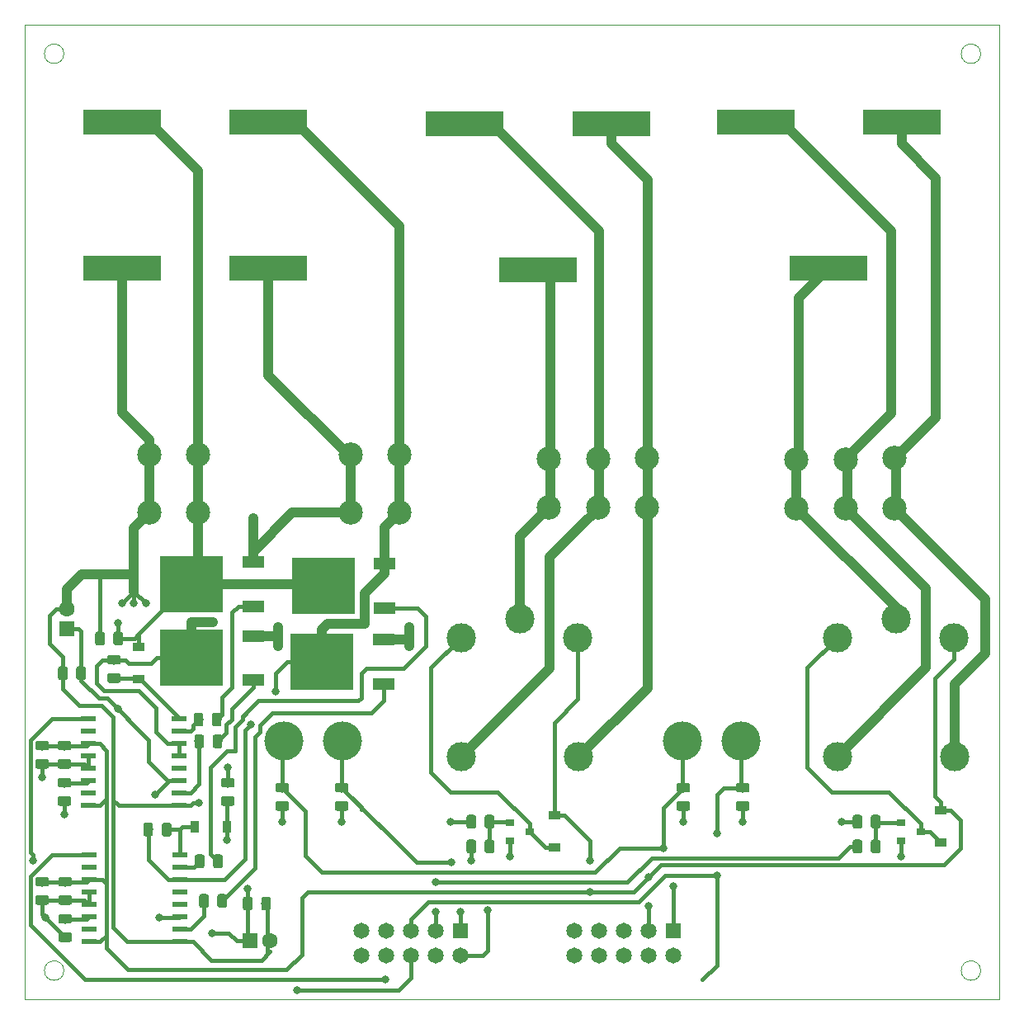
<source format=gbr>
%TF.GenerationSoftware,KiCad,Pcbnew,(5.0.0)*%
%TF.CreationDate,2020-03-24T12:13:02+01:00*%
%TF.ProjectId,Schaltplan_Modul3,536368616C74706C616E5F4D6F64756C,rev?*%
%TF.SameCoordinates,Original*%
%TF.FileFunction,Copper,L1,Top,Signal*%
%TF.FilePolarity,Positive*%
%FSLAX46Y46*%
G04 Gerber Fmt 4.6, Leading zero omitted, Abs format (unit mm)*
G04 Created by KiCad (PCBNEW (5.0.0)) date 03/24/20 12:13:02*
%MOMM*%
%LPD*%
G01*
G04 APERTURE LIST*
%TA.AperFunction,NonConductor*%
%ADD10C,0.100000*%
%TD*%
%TA.AperFunction,Conductor*%
%ADD11C,0.150000*%
%TD*%
%TA.AperFunction,SMDPad,CuDef*%
%ADD12C,0.975000*%
%TD*%
%TA.AperFunction,ComponentPad*%
%ADD13C,2.500000*%
%TD*%
%TA.AperFunction,ComponentPad*%
%ADD14R,8.000000X2.500000*%
%TD*%
%TA.AperFunction,ComponentPad*%
%ADD15R,1.650000X1.650000*%
%TD*%
%TA.AperFunction,ComponentPad*%
%ADD16C,1.650000*%
%TD*%
%TA.AperFunction,ComponentPad*%
%ADD17C,3.000000*%
%TD*%
%TA.AperFunction,SMDPad,CuDef*%
%ADD18R,0.900000X0.800000*%
%TD*%
%TA.AperFunction,SMDPad,CuDef*%
%ADD19R,1.200000X0.900000*%
%TD*%
%TA.AperFunction,ComponentPad*%
%ADD20C,4.000000*%
%TD*%
%TA.AperFunction,SMDPad,CuDef*%
%ADD21R,6.400000X5.800000*%
%TD*%
%TA.AperFunction,SMDPad,CuDef*%
%ADD22R,2.200000X1.200000*%
%TD*%
%TA.AperFunction,SMDPad,CuDef*%
%ADD23R,1.500000X0.600000*%
%TD*%
%TA.AperFunction,SMDPad,CuDef*%
%ADD24R,0.900000X1.200000*%
%TD*%
%TA.AperFunction,ComponentPad*%
%ADD25C,1.600000*%
%TD*%
%TA.AperFunction,ComponentPad*%
%ADD26R,1.600000X1.600000*%
%TD*%
%TA.AperFunction,ViaPad*%
%ADD27C,0.800000*%
%TD*%
%TA.AperFunction,Conductor*%
%ADD28C,0.400000*%
%TD*%
%TA.AperFunction,Conductor*%
%ADD29C,1.000000*%
%TD*%
%TA.AperFunction,Conductor*%
%ADD30C,0.350000*%
%TD*%
G04 APERTURE END LIST*
D10*
X94856000Y-142720000D02*
G75*
G03X94856000Y-142720000I-1000000J0D01*
G01*
X188932000Y-142720000D02*
G75*
G03X188932000Y-142720000I-1000000J0D01*
G01*
X188932000Y-48644000D02*
G75*
G03X188932000Y-48644000I-1000000J0D01*
G01*
X94856000Y-48644000D02*
G75*
G03X94856000Y-48644000I-1000000J0D01*
G01*
X190856000Y-45644000D02*
X190856000Y-145644000D01*
X90856000Y-45644000D02*
X90856000Y-145644000D01*
X90856000Y-145644000D02*
X190856000Y-145644000D01*
X90856000Y-45644000D02*
X190856000Y-45644000D01*
D11*
%TO.N,Net-(R16-Pad2)*%
%TO.C,R16*%
G36*
X109011142Y-118495174D02*
X109034803Y-118498684D01*
X109058007Y-118504496D01*
X109080529Y-118512554D01*
X109102153Y-118522782D01*
X109122670Y-118535079D01*
X109141883Y-118549329D01*
X109159607Y-118565393D01*
X109175671Y-118583117D01*
X109189921Y-118602330D01*
X109202218Y-118622847D01*
X109212446Y-118644471D01*
X109220504Y-118666993D01*
X109226316Y-118690197D01*
X109229826Y-118713858D01*
X109231000Y-118737750D01*
X109231000Y-119650250D01*
X109229826Y-119674142D01*
X109226316Y-119697803D01*
X109220504Y-119721007D01*
X109212446Y-119743529D01*
X109202218Y-119765153D01*
X109189921Y-119785670D01*
X109175671Y-119804883D01*
X109159607Y-119822607D01*
X109141883Y-119838671D01*
X109122670Y-119852921D01*
X109102153Y-119865218D01*
X109080529Y-119875446D01*
X109058007Y-119883504D01*
X109034803Y-119889316D01*
X109011142Y-119892826D01*
X108987250Y-119894000D01*
X108499750Y-119894000D01*
X108475858Y-119892826D01*
X108452197Y-119889316D01*
X108428993Y-119883504D01*
X108406471Y-119875446D01*
X108384847Y-119865218D01*
X108364330Y-119852921D01*
X108345117Y-119838671D01*
X108327393Y-119822607D01*
X108311329Y-119804883D01*
X108297079Y-119785670D01*
X108284782Y-119765153D01*
X108274554Y-119743529D01*
X108266496Y-119721007D01*
X108260684Y-119697803D01*
X108257174Y-119674142D01*
X108256000Y-119650250D01*
X108256000Y-118737750D01*
X108257174Y-118713858D01*
X108260684Y-118690197D01*
X108266496Y-118666993D01*
X108274554Y-118644471D01*
X108284782Y-118622847D01*
X108297079Y-118602330D01*
X108311329Y-118583117D01*
X108327393Y-118565393D01*
X108345117Y-118549329D01*
X108364330Y-118535079D01*
X108384847Y-118522782D01*
X108406471Y-118512554D01*
X108428993Y-118504496D01*
X108452197Y-118498684D01*
X108475858Y-118495174D01*
X108499750Y-118494000D01*
X108987250Y-118494000D01*
X109011142Y-118495174D01*
X109011142Y-118495174D01*
G37*
D12*
%TD*%
%TO.P,R16,2*%
%TO.N,Net-(R16-Pad2)*%
X108743500Y-119194000D03*
D11*
%TO.N,Net-(Q4-Pad1)*%
%TO.C,R16*%
G36*
X110886142Y-118495174D02*
X110909803Y-118498684D01*
X110933007Y-118504496D01*
X110955529Y-118512554D01*
X110977153Y-118522782D01*
X110997670Y-118535079D01*
X111016883Y-118549329D01*
X111034607Y-118565393D01*
X111050671Y-118583117D01*
X111064921Y-118602330D01*
X111077218Y-118622847D01*
X111087446Y-118644471D01*
X111095504Y-118666993D01*
X111101316Y-118690197D01*
X111104826Y-118713858D01*
X111106000Y-118737750D01*
X111106000Y-119650250D01*
X111104826Y-119674142D01*
X111101316Y-119697803D01*
X111095504Y-119721007D01*
X111087446Y-119743529D01*
X111077218Y-119765153D01*
X111064921Y-119785670D01*
X111050671Y-119804883D01*
X111034607Y-119822607D01*
X111016883Y-119838671D01*
X110997670Y-119852921D01*
X110977153Y-119865218D01*
X110955529Y-119875446D01*
X110933007Y-119883504D01*
X110909803Y-119889316D01*
X110886142Y-119892826D01*
X110862250Y-119894000D01*
X110374750Y-119894000D01*
X110350858Y-119892826D01*
X110327197Y-119889316D01*
X110303993Y-119883504D01*
X110281471Y-119875446D01*
X110259847Y-119865218D01*
X110239330Y-119852921D01*
X110220117Y-119838671D01*
X110202393Y-119822607D01*
X110186329Y-119804883D01*
X110172079Y-119785670D01*
X110159782Y-119765153D01*
X110149554Y-119743529D01*
X110141496Y-119721007D01*
X110135684Y-119697803D01*
X110132174Y-119674142D01*
X110131000Y-119650250D01*
X110131000Y-118737750D01*
X110132174Y-118713858D01*
X110135684Y-118690197D01*
X110141496Y-118666993D01*
X110149554Y-118644471D01*
X110159782Y-118622847D01*
X110172079Y-118602330D01*
X110186329Y-118583117D01*
X110202393Y-118565393D01*
X110220117Y-118549329D01*
X110239330Y-118535079D01*
X110259847Y-118522782D01*
X110281471Y-118512554D01*
X110303993Y-118504496D01*
X110327197Y-118498684D01*
X110350858Y-118495174D01*
X110374750Y-118494000D01*
X110862250Y-118494000D01*
X110886142Y-118495174D01*
X110886142Y-118495174D01*
G37*
D12*
%TD*%
%TO.P,R16,1*%
%TO.N,Net-(Q4-Pad1)*%
X110618500Y-119194000D03*
D11*
%TO.N,Net-(R15-Pad2)*%
%TO.C,R15*%
G36*
X108936142Y-116270174D02*
X108959803Y-116273684D01*
X108983007Y-116279496D01*
X109005529Y-116287554D01*
X109027153Y-116297782D01*
X109047670Y-116310079D01*
X109066883Y-116324329D01*
X109084607Y-116340393D01*
X109100671Y-116358117D01*
X109114921Y-116377330D01*
X109127218Y-116397847D01*
X109137446Y-116419471D01*
X109145504Y-116441993D01*
X109151316Y-116465197D01*
X109154826Y-116488858D01*
X109156000Y-116512750D01*
X109156000Y-117425250D01*
X109154826Y-117449142D01*
X109151316Y-117472803D01*
X109145504Y-117496007D01*
X109137446Y-117518529D01*
X109127218Y-117540153D01*
X109114921Y-117560670D01*
X109100671Y-117579883D01*
X109084607Y-117597607D01*
X109066883Y-117613671D01*
X109047670Y-117627921D01*
X109027153Y-117640218D01*
X109005529Y-117650446D01*
X108983007Y-117658504D01*
X108959803Y-117664316D01*
X108936142Y-117667826D01*
X108912250Y-117669000D01*
X108424750Y-117669000D01*
X108400858Y-117667826D01*
X108377197Y-117664316D01*
X108353993Y-117658504D01*
X108331471Y-117650446D01*
X108309847Y-117640218D01*
X108289330Y-117627921D01*
X108270117Y-117613671D01*
X108252393Y-117597607D01*
X108236329Y-117579883D01*
X108222079Y-117560670D01*
X108209782Y-117540153D01*
X108199554Y-117518529D01*
X108191496Y-117496007D01*
X108185684Y-117472803D01*
X108182174Y-117449142D01*
X108181000Y-117425250D01*
X108181000Y-116512750D01*
X108182174Y-116488858D01*
X108185684Y-116465197D01*
X108191496Y-116441993D01*
X108199554Y-116419471D01*
X108209782Y-116397847D01*
X108222079Y-116377330D01*
X108236329Y-116358117D01*
X108252393Y-116340393D01*
X108270117Y-116324329D01*
X108289330Y-116310079D01*
X108309847Y-116297782D01*
X108331471Y-116287554D01*
X108353993Y-116279496D01*
X108377197Y-116273684D01*
X108400858Y-116270174D01*
X108424750Y-116269000D01*
X108912250Y-116269000D01*
X108936142Y-116270174D01*
X108936142Y-116270174D01*
G37*
D12*
%TD*%
%TO.P,R15,2*%
%TO.N,Net-(R15-Pad2)*%
X108668500Y-116969000D03*
D11*
%TO.N,Net-(Q3-Pad1)*%
%TO.C,R15*%
G36*
X110811142Y-116270174D02*
X110834803Y-116273684D01*
X110858007Y-116279496D01*
X110880529Y-116287554D01*
X110902153Y-116297782D01*
X110922670Y-116310079D01*
X110941883Y-116324329D01*
X110959607Y-116340393D01*
X110975671Y-116358117D01*
X110989921Y-116377330D01*
X111002218Y-116397847D01*
X111012446Y-116419471D01*
X111020504Y-116441993D01*
X111026316Y-116465197D01*
X111029826Y-116488858D01*
X111031000Y-116512750D01*
X111031000Y-117425250D01*
X111029826Y-117449142D01*
X111026316Y-117472803D01*
X111020504Y-117496007D01*
X111012446Y-117518529D01*
X111002218Y-117540153D01*
X110989921Y-117560670D01*
X110975671Y-117579883D01*
X110959607Y-117597607D01*
X110941883Y-117613671D01*
X110922670Y-117627921D01*
X110902153Y-117640218D01*
X110880529Y-117650446D01*
X110858007Y-117658504D01*
X110834803Y-117664316D01*
X110811142Y-117667826D01*
X110787250Y-117669000D01*
X110299750Y-117669000D01*
X110275858Y-117667826D01*
X110252197Y-117664316D01*
X110228993Y-117658504D01*
X110206471Y-117650446D01*
X110184847Y-117640218D01*
X110164330Y-117627921D01*
X110145117Y-117613671D01*
X110127393Y-117597607D01*
X110111329Y-117579883D01*
X110097079Y-117560670D01*
X110084782Y-117540153D01*
X110074554Y-117518529D01*
X110066496Y-117496007D01*
X110060684Y-117472803D01*
X110057174Y-117449142D01*
X110056000Y-117425250D01*
X110056000Y-116512750D01*
X110057174Y-116488858D01*
X110060684Y-116465197D01*
X110066496Y-116441993D01*
X110074554Y-116419471D01*
X110084782Y-116397847D01*
X110097079Y-116377330D01*
X110111329Y-116358117D01*
X110127393Y-116340393D01*
X110145117Y-116324329D01*
X110164330Y-116310079D01*
X110184847Y-116297782D01*
X110206471Y-116287554D01*
X110228993Y-116279496D01*
X110252197Y-116273684D01*
X110275858Y-116270174D01*
X110299750Y-116269000D01*
X110787250Y-116269000D01*
X110811142Y-116270174D01*
X110811142Y-116270174D01*
G37*
D12*
%TD*%
%TO.P,R15,1*%
%TO.N,Net-(Q3-Pad1)*%
X110543500Y-116969000D03*
D13*
%TO.P,J6,3*%
%TO.N,Net-(J6-Pad3)*%
X144646000Y-95194000D03*
X144646000Y-90194000D03*
%TO.P,J6,2*%
%TO.N,Net-(J6-Pad2)*%
X149646000Y-95194000D03*
%TO.P,J6,1*%
%TO.N,Net-(J6-Pad1)*%
X154646000Y-95194000D03*
%TO.P,J6,2*%
%TO.N,Net-(J6-Pad2)*%
X149646000Y-90194000D03*
%TO.P,J6,1*%
%TO.N,Net-(J6-Pad1)*%
X154646000Y-90094000D03*
%TD*%
D11*
%TO.N,Net-(R4-Pad2)*%
%TO.C,R4*%
G36*
X109060642Y-130797174D02*
X109084303Y-130800684D01*
X109107507Y-130806496D01*
X109130029Y-130814554D01*
X109151653Y-130824782D01*
X109172170Y-130837079D01*
X109191383Y-130851329D01*
X109209107Y-130867393D01*
X109225171Y-130885117D01*
X109239421Y-130904330D01*
X109251718Y-130924847D01*
X109261946Y-130946471D01*
X109270004Y-130968993D01*
X109275816Y-130992197D01*
X109279326Y-131015858D01*
X109280500Y-131039750D01*
X109280500Y-131952250D01*
X109279326Y-131976142D01*
X109275816Y-131999803D01*
X109270004Y-132023007D01*
X109261946Y-132045529D01*
X109251718Y-132067153D01*
X109239421Y-132087670D01*
X109225171Y-132106883D01*
X109209107Y-132124607D01*
X109191383Y-132140671D01*
X109172170Y-132154921D01*
X109151653Y-132167218D01*
X109130029Y-132177446D01*
X109107507Y-132185504D01*
X109084303Y-132191316D01*
X109060642Y-132194826D01*
X109036750Y-132196000D01*
X108549250Y-132196000D01*
X108525358Y-132194826D01*
X108501697Y-132191316D01*
X108478493Y-132185504D01*
X108455971Y-132177446D01*
X108434347Y-132167218D01*
X108413830Y-132154921D01*
X108394617Y-132140671D01*
X108376893Y-132124607D01*
X108360829Y-132106883D01*
X108346579Y-132087670D01*
X108334282Y-132067153D01*
X108324054Y-132045529D01*
X108315996Y-132023007D01*
X108310184Y-131999803D01*
X108306674Y-131976142D01*
X108305500Y-131952250D01*
X108305500Y-131039750D01*
X108306674Y-131015858D01*
X108310184Y-130992197D01*
X108315996Y-130968993D01*
X108324054Y-130946471D01*
X108334282Y-130924847D01*
X108346579Y-130904330D01*
X108360829Y-130885117D01*
X108376893Y-130867393D01*
X108394617Y-130851329D01*
X108413830Y-130837079D01*
X108434347Y-130824782D01*
X108455971Y-130814554D01*
X108478493Y-130806496D01*
X108501697Y-130800684D01*
X108525358Y-130797174D01*
X108549250Y-130796000D01*
X109036750Y-130796000D01*
X109060642Y-130797174D01*
X109060642Y-130797174D01*
G37*
D12*
%TD*%
%TO.P,R4,2*%
%TO.N,Net-(R4-Pad2)*%
X108793000Y-131496000D03*
D11*
%TO.N,Net-(Q1-Pad1)*%
%TO.C,R4*%
G36*
X110935642Y-130797174D02*
X110959303Y-130800684D01*
X110982507Y-130806496D01*
X111005029Y-130814554D01*
X111026653Y-130824782D01*
X111047170Y-130837079D01*
X111066383Y-130851329D01*
X111084107Y-130867393D01*
X111100171Y-130885117D01*
X111114421Y-130904330D01*
X111126718Y-130924847D01*
X111136946Y-130946471D01*
X111145004Y-130968993D01*
X111150816Y-130992197D01*
X111154326Y-131015858D01*
X111155500Y-131039750D01*
X111155500Y-131952250D01*
X111154326Y-131976142D01*
X111150816Y-131999803D01*
X111145004Y-132023007D01*
X111136946Y-132045529D01*
X111126718Y-132067153D01*
X111114421Y-132087670D01*
X111100171Y-132106883D01*
X111084107Y-132124607D01*
X111066383Y-132140671D01*
X111047170Y-132154921D01*
X111026653Y-132167218D01*
X111005029Y-132177446D01*
X110982507Y-132185504D01*
X110959303Y-132191316D01*
X110935642Y-132194826D01*
X110911750Y-132196000D01*
X110424250Y-132196000D01*
X110400358Y-132194826D01*
X110376697Y-132191316D01*
X110353493Y-132185504D01*
X110330971Y-132177446D01*
X110309347Y-132167218D01*
X110288830Y-132154921D01*
X110269617Y-132140671D01*
X110251893Y-132124607D01*
X110235829Y-132106883D01*
X110221579Y-132087670D01*
X110209282Y-132067153D01*
X110199054Y-132045529D01*
X110190996Y-132023007D01*
X110185184Y-131999803D01*
X110181674Y-131976142D01*
X110180500Y-131952250D01*
X110180500Y-131039750D01*
X110181674Y-131015858D01*
X110185184Y-130992197D01*
X110190996Y-130968993D01*
X110199054Y-130946471D01*
X110209282Y-130924847D01*
X110221579Y-130904330D01*
X110235829Y-130885117D01*
X110251893Y-130867393D01*
X110269617Y-130851329D01*
X110288830Y-130837079D01*
X110309347Y-130824782D01*
X110330971Y-130814554D01*
X110353493Y-130806496D01*
X110376697Y-130800684D01*
X110400358Y-130797174D01*
X110424250Y-130796000D01*
X110911750Y-130796000D01*
X110935642Y-130797174D01*
X110935642Y-130797174D01*
G37*
D12*
%TD*%
%TO.P,R4,1*%
%TO.N,Net-(Q1-Pad1)*%
X110668000Y-131496000D03*
D11*
%TO.N,Net-(R3-Pad2)*%
%TO.C,R3*%
G36*
X109490142Y-134861174D02*
X109513803Y-134864684D01*
X109537007Y-134870496D01*
X109559529Y-134878554D01*
X109581153Y-134888782D01*
X109601670Y-134901079D01*
X109620883Y-134915329D01*
X109638607Y-134931393D01*
X109654671Y-134949117D01*
X109668921Y-134968330D01*
X109681218Y-134988847D01*
X109691446Y-135010471D01*
X109699504Y-135032993D01*
X109705316Y-135056197D01*
X109708826Y-135079858D01*
X109710000Y-135103750D01*
X109710000Y-136016250D01*
X109708826Y-136040142D01*
X109705316Y-136063803D01*
X109699504Y-136087007D01*
X109691446Y-136109529D01*
X109681218Y-136131153D01*
X109668921Y-136151670D01*
X109654671Y-136170883D01*
X109638607Y-136188607D01*
X109620883Y-136204671D01*
X109601670Y-136218921D01*
X109581153Y-136231218D01*
X109559529Y-136241446D01*
X109537007Y-136249504D01*
X109513803Y-136255316D01*
X109490142Y-136258826D01*
X109466250Y-136260000D01*
X108978750Y-136260000D01*
X108954858Y-136258826D01*
X108931197Y-136255316D01*
X108907993Y-136249504D01*
X108885471Y-136241446D01*
X108863847Y-136231218D01*
X108843330Y-136218921D01*
X108824117Y-136204671D01*
X108806393Y-136188607D01*
X108790329Y-136170883D01*
X108776079Y-136151670D01*
X108763782Y-136131153D01*
X108753554Y-136109529D01*
X108745496Y-136087007D01*
X108739684Y-136063803D01*
X108736174Y-136040142D01*
X108735000Y-136016250D01*
X108735000Y-135103750D01*
X108736174Y-135079858D01*
X108739684Y-135056197D01*
X108745496Y-135032993D01*
X108753554Y-135010471D01*
X108763782Y-134988847D01*
X108776079Y-134968330D01*
X108790329Y-134949117D01*
X108806393Y-134931393D01*
X108824117Y-134915329D01*
X108843330Y-134901079D01*
X108863847Y-134888782D01*
X108885471Y-134878554D01*
X108907993Y-134870496D01*
X108931197Y-134864684D01*
X108954858Y-134861174D01*
X108978750Y-134860000D01*
X109466250Y-134860000D01*
X109490142Y-134861174D01*
X109490142Y-134861174D01*
G37*
D12*
%TD*%
%TO.P,R3,2*%
%TO.N,Net-(R3-Pad2)*%
X109222500Y-135560000D03*
D11*
%TO.N,Net-(Q2-Pad1)*%
%TO.C,R3*%
G36*
X111365142Y-134861174D02*
X111388803Y-134864684D01*
X111412007Y-134870496D01*
X111434529Y-134878554D01*
X111456153Y-134888782D01*
X111476670Y-134901079D01*
X111495883Y-134915329D01*
X111513607Y-134931393D01*
X111529671Y-134949117D01*
X111543921Y-134968330D01*
X111556218Y-134988847D01*
X111566446Y-135010471D01*
X111574504Y-135032993D01*
X111580316Y-135056197D01*
X111583826Y-135079858D01*
X111585000Y-135103750D01*
X111585000Y-136016250D01*
X111583826Y-136040142D01*
X111580316Y-136063803D01*
X111574504Y-136087007D01*
X111566446Y-136109529D01*
X111556218Y-136131153D01*
X111543921Y-136151670D01*
X111529671Y-136170883D01*
X111513607Y-136188607D01*
X111495883Y-136204671D01*
X111476670Y-136218921D01*
X111456153Y-136231218D01*
X111434529Y-136241446D01*
X111412007Y-136249504D01*
X111388803Y-136255316D01*
X111365142Y-136258826D01*
X111341250Y-136260000D01*
X110853750Y-136260000D01*
X110829858Y-136258826D01*
X110806197Y-136255316D01*
X110782993Y-136249504D01*
X110760471Y-136241446D01*
X110738847Y-136231218D01*
X110718330Y-136218921D01*
X110699117Y-136204671D01*
X110681393Y-136188607D01*
X110665329Y-136170883D01*
X110651079Y-136151670D01*
X110638782Y-136131153D01*
X110628554Y-136109529D01*
X110620496Y-136087007D01*
X110614684Y-136063803D01*
X110611174Y-136040142D01*
X110610000Y-136016250D01*
X110610000Y-135103750D01*
X110611174Y-135079858D01*
X110614684Y-135056197D01*
X110620496Y-135032993D01*
X110628554Y-135010471D01*
X110638782Y-134988847D01*
X110651079Y-134968330D01*
X110665329Y-134949117D01*
X110681393Y-134931393D01*
X110699117Y-134915329D01*
X110718330Y-134901079D01*
X110738847Y-134888782D01*
X110760471Y-134878554D01*
X110782993Y-134870496D01*
X110806197Y-134864684D01*
X110829858Y-134861174D01*
X110853750Y-134860000D01*
X111341250Y-134860000D01*
X111365142Y-134861174D01*
X111365142Y-134861174D01*
G37*
D12*
%TD*%
%TO.P,R3,1*%
%TO.N,Net-(Q2-Pad1)*%
X111097500Y-135560000D03*
D13*
%TO.P,J1,1*%
%TO.N,Net-(C11-Pad2)*%
X129256000Y-89744000D03*
%TO.P,J1,2*%
%TO.N,Net-(C12-Pad2)*%
X124256000Y-89744000D03*
%TO.P,J1,1*%
%TO.N,Net-(C11-Pad2)*%
X129256000Y-95744000D03*
%TO.P,J1,2*%
%TO.N,Net-(C12-Pad2)*%
X124256000Y-95744000D03*
%TD*%
D14*
%TO.P,TP2,1*%
%TO.N,Net-(C12-Pad2)*%
X115856000Y-70644000D03*
%TD*%
%TO.P,TP6,1*%
%TO.N,GNDS*%
X100856000Y-70644000D03*
%TD*%
%TO.P,TP10,1*%
%TO.N,Net-(J6-Pad1)*%
X151019600Y-55847200D03*
%TD*%
%TO.P,TP7,1*%
%TO.N,+12V*%
X100856000Y-55644000D03*
%TD*%
%TO.P,TP3,1*%
%TO.N,Net-(J4-Pad3)*%
X173330400Y-70644000D03*
%TD*%
%TO.P,TP5,1*%
%TO.N,Net-(J4-Pad1)*%
X180830400Y-55644000D03*
%TD*%
%TO.P,TP8,1*%
%TO.N,Net-(J6-Pad3)*%
X143503200Y-70829400D03*
%TD*%
%TO.P,TP1,1*%
%TO.N,Net-(C11-Pad2)*%
X115856000Y-55644000D03*
%TD*%
%TO.P,TP9,1*%
%TO.N,Net-(J6-Pad2)*%
X136003200Y-55829400D03*
%TD*%
D13*
%TO.P,J4,3*%
%TO.N,Net-(J4-Pad3)*%
X170046000Y-95244000D03*
X170046000Y-90244000D03*
%TO.P,J4,2*%
%TO.N,Net-(J4-Pad2)*%
X175046000Y-95244000D03*
%TO.P,J4,1*%
%TO.N,Net-(J4-Pad1)*%
X180046000Y-95244000D03*
%TO.P,J4,2*%
%TO.N,Net-(J4-Pad2)*%
X175046000Y-90244000D03*
%TO.P,J4,1*%
%TO.N,Net-(J4-Pad1)*%
X180046000Y-90144000D03*
%TD*%
D15*
%TO.P,J2,1*%
%TO.N,+3V3*%
X157404000Y-138608000D03*
D16*
%TO.P,J2,2*%
%TO.N,GND*%
X157404000Y-141148000D03*
%TO.P,J2,3*%
%TO.N,+5V*%
X154864000Y-138608000D03*
%TO.P,J2,4*%
%TO.N,/VSPI_CLK*%
X154864000Y-141148000D03*
%TO.P,J2,5*%
%TO.N,/SCL*%
X152324000Y-138608000D03*
%TO.P,J2,6*%
%TO.N,/VSPI_MOSI*%
X152324000Y-141148000D03*
%TO.P,J2,7*%
%TO.N,/SDA*%
X149784000Y-138608000D03*
%TO.P,J2,8*%
%TO.N,/VSPI_MISO*%
X149784000Y-141148000D03*
%TO.P,J2,9*%
%TO.N,Net-(J2-Pad9)*%
X147244000Y-138608000D03*
%TO.P,J2,10*%
%TO.N,/VSPI_CS*%
X147244000Y-141148000D03*
%TD*%
D13*
%TO.P,J5,1*%
%TO.N,+12V*%
X108646000Y-89744000D03*
%TO.P,J5,2*%
%TO.N,GNDS*%
X103646000Y-89744000D03*
%TO.P,J5,1*%
%TO.N,+12V*%
X108646000Y-95744000D03*
%TO.P,J5,2*%
%TO.N,GNDS*%
X103646000Y-95744000D03*
%TD*%
D14*
%TO.P,TP4,1*%
%TO.N,Net-(J4-Pad2)*%
X165830400Y-55644000D03*
%TD*%
D11*
%TO.N,GND*%
%TO.C,R14*%
G36*
X136922142Y-126733174D02*
X136945803Y-126736684D01*
X136969007Y-126742496D01*
X136991529Y-126750554D01*
X137013153Y-126760782D01*
X137033670Y-126773079D01*
X137052883Y-126787329D01*
X137070607Y-126803393D01*
X137086671Y-126821117D01*
X137100921Y-126840330D01*
X137113218Y-126860847D01*
X137123446Y-126882471D01*
X137131504Y-126904993D01*
X137137316Y-126928197D01*
X137140826Y-126951858D01*
X137142000Y-126975750D01*
X137142000Y-127888250D01*
X137140826Y-127912142D01*
X137137316Y-127935803D01*
X137131504Y-127959007D01*
X137123446Y-127981529D01*
X137113218Y-128003153D01*
X137100921Y-128023670D01*
X137086671Y-128042883D01*
X137070607Y-128060607D01*
X137052883Y-128076671D01*
X137033670Y-128090921D01*
X137013153Y-128103218D01*
X136991529Y-128113446D01*
X136969007Y-128121504D01*
X136945803Y-128127316D01*
X136922142Y-128130826D01*
X136898250Y-128132000D01*
X136410750Y-128132000D01*
X136386858Y-128130826D01*
X136363197Y-128127316D01*
X136339993Y-128121504D01*
X136317471Y-128113446D01*
X136295847Y-128103218D01*
X136275330Y-128090921D01*
X136256117Y-128076671D01*
X136238393Y-128060607D01*
X136222329Y-128042883D01*
X136208079Y-128023670D01*
X136195782Y-128003153D01*
X136185554Y-127981529D01*
X136177496Y-127959007D01*
X136171684Y-127935803D01*
X136168174Y-127912142D01*
X136167000Y-127888250D01*
X136167000Y-126975750D01*
X136168174Y-126951858D01*
X136171684Y-126928197D01*
X136177496Y-126904993D01*
X136185554Y-126882471D01*
X136195782Y-126860847D01*
X136208079Y-126840330D01*
X136222329Y-126821117D01*
X136238393Y-126803393D01*
X136256117Y-126787329D01*
X136275330Y-126773079D01*
X136295847Y-126760782D01*
X136317471Y-126750554D01*
X136339993Y-126742496D01*
X136363197Y-126736684D01*
X136386858Y-126733174D01*
X136410750Y-126732000D01*
X136898250Y-126732000D01*
X136922142Y-126733174D01*
X136922142Y-126733174D01*
G37*
D12*
%TD*%
%TO.P,R14,2*%
%TO.N,GND*%
X136654500Y-127432000D03*
D11*
%TO.N,Net-(Q10-Pad1)*%
%TO.C,R14*%
G36*
X138797142Y-126733174D02*
X138820803Y-126736684D01*
X138844007Y-126742496D01*
X138866529Y-126750554D01*
X138888153Y-126760782D01*
X138908670Y-126773079D01*
X138927883Y-126787329D01*
X138945607Y-126803393D01*
X138961671Y-126821117D01*
X138975921Y-126840330D01*
X138988218Y-126860847D01*
X138998446Y-126882471D01*
X139006504Y-126904993D01*
X139012316Y-126928197D01*
X139015826Y-126951858D01*
X139017000Y-126975750D01*
X139017000Y-127888250D01*
X139015826Y-127912142D01*
X139012316Y-127935803D01*
X139006504Y-127959007D01*
X138998446Y-127981529D01*
X138988218Y-128003153D01*
X138975921Y-128023670D01*
X138961671Y-128042883D01*
X138945607Y-128060607D01*
X138927883Y-128076671D01*
X138908670Y-128090921D01*
X138888153Y-128103218D01*
X138866529Y-128113446D01*
X138844007Y-128121504D01*
X138820803Y-128127316D01*
X138797142Y-128130826D01*
X138773250Y-128132000D01*
X138285750Y-128132000D01*
X138261858Y-128130826D01*
X138238197Y-128127316D01*
X138214993Y-128121504D01*
X138192471Y-128113446D01*
X138170847Y-128103218D01*
X138150330Y-128090921D01*
X138131117Y-128076671D01*
X138113393Y-128060607D01*
X138097329Y-128042883D01*
X138083079Y-128023670D01*
X138070782Y-128003153D01*
X138060554Y-127981529D01*
X138052496Y-127959007D01*
X138046684Y-127935803D01*
X138043174Y-127912142D01*
X138042000Y-127888250D01*
X138042000Y-126975750D01*
X138043174Y-126951858D01*
X138046684Y-126928197D01*
X138052496Y-126904993D01*
X138060554Y-126882471D01*
X138070782Y-126860847D01*
X138083079Y-126840330D01*
X138097329Y-126821117D01*
X138113393Y-126803393D01*
X138131117Y-126787329D01*
X138150330Y-126773079D01*
X138170847Y-126760782D01*
X138192471Y-126750554D01*
X138214993Y-126742496D01*
X138238197Y-126736684D01*
X138261858Y-126733174D01*
X138285750Y-126732000D01*
X138773250Y-126732000D01*
X138797142Y-126733174D01*
X138797142Y-126733174D01*
G37*
D12*
%TD*%
%TO.P,R14,1*%
%TO.N,Net-(Q10-Pad1)*%
X138529500Y-127432000D03*
D11*
%TO.N,Net-(Q9-Pad1)*%
%TO.C,R9*%
G36*
X178421142Y-129273174D02*
X178444803Y-129276684D01*
X178468007Y-129282496D01*
X178490529Y-129290554D01*
X178512153Y-129300782D01*
X178532670Y-129313079D01*
X178551883Y-129327329D01*
X178569607Y-129343393D01*
X178585671Y-129361117D01*
X178599921Y-129380330D01*
X178612218Y-129400847D01*
X178622446Y-129422471D01*
X178630504Y-129444993D01*
X178636316Y-129468197D01*
X178639826Y-129491858D01*
X178641000Y-129515750D01*
X178641000Y-130428250D01*
X178639826Y-130452142D01*
X178636316Y-130475803D01*
X178630504Y-130499007D01*
X178622446Y-130521529D01*
X178612218Y-130543153D01*
X178599921Y-130563670D01*
X178585671Y-130582883D01*
X178569607Y-130600607D01*
X178551883Y-130616671D01*
X178532670Y-130630921D01*
X178512153Y-130643218D01*
X178490529Y-130653446D01*
X178468007Y-130661504D01*
X178444803Y-130667316D01*
X178421142Y-130670826D01*
X178397250Y-130672000D01*
X177909750Y-130672000D01*
X177885858Y-130670826D01*
X177862197Y-130667316D01*
X177838993Y-130661504D01*
X177816471Y-130653446D01*
X177794847Y-130643218D01*
X177774330Y-130630921D01*
X177755117Y-130616671D01*
X177737393Y-130600607D01*
X177721329Y-130582883D01*
X177707079Y-130563670D01*
X177694782Y-130543153D01*
X177684554Y-130521529D01*
X177676496Y-130499007D01*
X177670684Y-130475803D01*
X177667174Y-130452142D01*
X177666000Y-130428250D01*
X177666000Y-129515750D01*
X177667174Y-129491858D01*
X177670684Y-129468197D01*
X177676496Y-129444993D01*
X177684554Y-129422471D01*
X177694782Y-129400847D01*
X177707079Y-129380330D01*
X177721329Y-129361117D01*
X177737393Y-129343393D01*
X177755117Y-129327329D01*
X177774330Y-129313079D01*
X177794847Y-129300782D01*
X177816471Y-129290554D01*
X177838993Y-129282496D01*
X177862197Y-129276684D01*
X177885858Y-129273174D01*
X177909750Y-129272000D01*
X178397250Y-129272000D01*
X178421142Y-129273174D01*
X178421142Y-129273174D01*
G37*
D12*
%TD*%
%TO.P,R9,2*%
%TO.N,Net-(Q9-Pad1)*%
X178153500Y-129972000D03*
D11*
%TO.N,/IO13*%
%TO.C,R9*%
G36*
X176546142Y-129273174D02*
X176569803Y-129276684D01*
X176593007Y-129282496D01*
X176615529Y-129290554D01*
X176637153Y-129300782D01*
X176657670Y-129313079D01*
X176676883Y-129327329D01*
X176694607Y-129343393D01*
X176710671Y-129361117D01*
X176724921Y-129380330D01*
X176737218Y-129400847D01*
X176747446Y-129422471D01*
X176755504Y-129444993D01*
X176761316Y-129468197D01*
X176764826Y-129491858D01*
X176766000Y-129515750D01*
X176766000Y-130428250D01*
X176764826Y-130452142D01*
X176761316Y-130475803D01*
X176755504Y-130499007D01*
X176747446Y-130521529D01*
X176737218Y-130543153D01*
X176724921Y-130563670D01*
X176710671Y-130582883D01*
X176694607Y-130600607D01*
X176676883Y-130616671D01*
X176657670Y-130630921D01*
X176637153Y-130643218D01*
X176615529Y-130653446D01*
X176593007Y-130661504D01*
X176569803Y-130667316D01*
X176546142Y-130670826D01*
X176522250Y-130672000D01*
X176034750Y-130672000D01*
X176010858Y-130670826D01*
X175987197Y-130667316D01*
X175963993Y-130661504D01*
X175941471Y-130653446D01*
X175919847Y-130643218D01*
X175899330Y-130630921D01*
X175880117Y-130616671D01*
X175862393Y-130600607D01*
X175846329Y-130582883D01*
X175832079Y-130563670D01*
X175819782Y-130543153D01*
X175809554Y-130521529D01*
X175801496Y-130499007D01*
X175795684Y-130475803D01*
X175792174Y-130452142D01*
X175791000Y-130428250D01*
X175791000Y-129515750D01*
X175792174Y-129491858D01*
X175795684Y-129468197D01*
X175801496Y-129444993D01*
X175809554Y-129422471D01*
X175819782Y-129400847D01*
X175832079Y-129380330D01*
X175846329Y-129361117D01*
X175862393Y-129343393D01*
X175880117Y-129327329D01*
X175899330Y-129313079D01*
X175919847Y-129300782D01*
X175941471Y-129290554D01*
X175963993Y-129282496D01*
X175987197Y-129276684D01*
X176010858Y-129273174D01*
X176034750Y-129272000D01*
X176522250Y-129272000D01*
X176546142Y-129273174D01*
X176546142Y-129273174D01*
G37*
D12*
%TD*%
%TO.P,R9,1*%
%TO.N,/IO13*%
X176278500Y-129972000D03*
D11*
%TO.N,GND*%
%TO.C,R10*%
G36*
X176546142Y-126733174D02*
X176569803Y-126736684D01*
X176593007Y-126742496D01*
X176615529Y-126750554D01*
X176637153Y-126760782D01*
X176657670Y-126773079D01*
X176676883Y-126787329D01*
X176694607Y-126803393D01*
X176710671Y-126821117D01*
X176724921Y-126840330D01*
X176737218Y-126860847D01*
X176747446Y-126882471D01*
X176755504Y-126904993D01*
X176761316Y-126928197D01*
X176764826Y-126951858D01*
X176766000Y-126975750D01*
X176766000Y-127888250D01*
X176764826Y-127912142D01*
X176761316Y-127935803D01*
X176755504Y-127959007D01*
X176747446Y-127981529D01*
X176737218Y-128003153D01*
X176724921Y-128023670D01*
X176710671Y-128042883D01*
X176694607Y-128060607D01*
X176676883Y-128076671D01*
X176657670Y-128090921D01*
X176637153Y-128103218D01*
X176615529Y-128113446D01*
X176593007Y-128121504D01*
X176569803Y-128127316D01*
X176546142Y-128130826D01*
X176522250Y-128132000D01*
X176034750Y-128132000D01*
X176010858Y-128130826D01*
X175987197Y-128127316D01*
X175963993Y-128121504D01*
X175941471Y-128113446D01*
X175919847Y-128103218D01*
X175899330Y-128090921D01*
X175880117Y-128076671D01*
X175862393Y-128060607D01*
X175846329Y-128042883D01*
X175832079Y-128023670D01*
X175819782Y-128003153D01*
X175809554Y-127981529D01*
X175801496Y-127959007D01*
X175795684Y-127935803D01*
X175792174Y-127912142D01*
X175791000Y-127888250D01*
X175791000Y-126975750D01*
X175792174Y-126951858D01*
X175795684Y-126928197D01*
X175801496Y-126904993D01*
X175809554Y-126882471D01*
X175819782Y-126860847D01*
X175832079Y-126840330D01*
X175846329Y-126821117D01*
X175862393Y-126803393D01*
X175880117Y-126787329D01*
X175899330Y-126773079D01*
X175919847Y-126760782D01*
X175941471Y-126750554D01*
X175963993Y-126742496D01*
X175987197Y-126736684D01*
X176010858Y-126733174D01*
X176034750Y-126732000D01*
X176522250Y-126732000D01*
X176546142Y-126733174D01*
X176546142Y-126733174D01*
G37*
D12*
%TD*%
%TO.P,R10,2*%
%TO.N,GND*%
X176278500Y-127432000D03*
D11*
%TO.N,Net-(Q9-Pad1)*%
%TO.C,R10*%
G36*
X178421142Y-126733174D02*
X178444803Y-126736684D01*
X178468007Y-126742496D01*
X178490529Y-126750554D01*
X178512153Y-126760782D01*
X178532670Y-126773079D01*
X178551883Y-126787329D01*
X178569607Y-126803393D01*
X178585671Y-126821117D01*
X178599921Y-126840330D01*
X178612218Y-126860847D01*
X178622446Y-126882471D01*
X178630504Y-126904993D01*
X178636316Y-126928197D01*
X178639826Y-126951858D01*
X178641000Y-126975750D01*
X178641000Y-127888250D01*
X178639826Y-127912142D01*
X178636316Y-127935803D01*
X178630504Y-127959007D01*
X178622446Y-127981529D01*
X178612218Y-128003153D01*
X178599921Y-128023670D01*
X178585671Y-128042883D01*
X178569607Y-128060607D01*
X178551883Y-128076671D01*
X178532670Y-128090921D01*
X178512153Y-128103218D01*
X178490529Y-128113446D01*
X178468007Y-128121504D01*
X178444803Y-128127316D01*
X178421142Y-128130826D01*
X178397250Y-128132000D01*
X177909750Y-128132000D01*
X177885858Y-128130826D01*
X177862197Y-128127316D01*
X177838993Y-128121504D01*
X177816471Y-128113446D01*
X177794847Y-128103218D01*
X177774330Y-128090921D01*
X177755117Y-128076671D01*
X177737393Y-128060607D01*
X177721329Y-128042883D01*
X177707079Y-128023670D01*
X177694782Y-128003153D01*
X177684554Y-127981529D01*
X177676496Y-127959007D01*
X177670684Y-127935803D01*
X177667174Y-127912142D01*
X177666000Y-127888250D01*
X177666000Y-126975750D01*
X177667174Y-126951858D01*
X177670684Y-126928197D01*
X177676496Y-126904993D01*
X177684554Y-126882471D01*
X177694782Y-126860847D01*
X177707079Y-126840330D01*
X177721329Y-126821117D01*
X177737393Y-126803393D01*
X177755117Y-126787329D01*
X177774330Y-126773079D01*
X177794847Y-126760782D01*
X177816471Y-126750554D01*
X177838993Y-126742496D01*
X177862197Y-126736684D01*
X177885858Y-126733174D01*
X177909750Y-126732000D01*
X178397250Y-126732000D01*
X178421142Y-126733174D01*
X178421142Y-126733174D01*
G37*
D12*
%TD*%
%TO.P,R10,1*%
%TO.N,Net-(Q9-Pad1)*%
X178153500Y-127432000D03*
D11*
%TO.N,GND*%
%TO.C,R11*%
G36*
X123848142Y-125343174D02*
X123871803Y-125346684D01*
X123895007Y-125352496D01*
X123917529Y-125360554D01*
X123939153Y-125370782D01*
X123959670Y-125383079D01*
X123978883Y-125397329D01*
X123996607Y-125413393D01*
X124012671Y-125431117D01*
X124026921Y-125450330D01*
X124039218Y-125470847D01*
X124049446Y-125492471D01*
X124057504Y-125514993D01*
X124063316Y-125538197D01*
X124066826Y-125561858D01*
X124068000Y-125585750D01*
X124068000Y-126073250D01*
X124066826Y-126097142D01*
X124063316Y-126120803D01*
X124057504Y-126144007D01*
X124049446Y-126166529D01*
X124039218Y-126188153D01*
X124026921Y-126208670D01*
X124012671Y-126227883D01*
X123996607Y-126245607D01*
X123978883Y-126261671D01*
X123959670Y-126275921D01*
X123939153Y-126288218D01*
X123917529Y-126298446D01*
X123895007Y-126306504D01*
X123871803Y-126312316D01*
X123848142Y-126315826D01*
X123824250Y-126317000D01*
X122911750Y-126317000D01*
X122887858Y-126315826D01*
X122864197Y-126312316D01*
X122840993Y-126306504D01*
X122818471Y-126298446D01*
X122796847Y-126288218D01*
X122776330Y-126275921D01*
X122757117Y-126261671D01*
X122739393Y-126245607D01*
X122723329Y-126227883D01*
X122709079Y-126208670D01*
X122696782Y-126188153D01*
X122686554Y-126166529D01*
X122678496Y-126144007D01*
X122672684Y-126120803D01*
X122669174Y-126097142D01*
X122668000Y-126073250D01*
X122668000Y-125585750D01*
X122669174Y-125561858D01*
X122672684Y-125538197D01*
X122678496Y-125514993D01*
X122686554Y-125492471D01*
X122696782Y-125470847D01*
X122709079Y-125450330D01*
X122723329Y-125431117D01*
X122739393Y-125413393D01*
X122757117Y-125397329D01*
X122776330Y-125383079D01*
X122796847Y-125370782D01*
X122818471Y-125360554D01*
X122840993Y-125352496D01*
X122864197Y-125346684D01*
X122887858Y-125343174D01*
X122911750Y-125342000D01*
X123824250Y-125342000D01*
X123848142Y-125343174D01*
X123848142Y-125343174D01*
G37*
D12*
%TD*%
%TO.P,R11,2*%
%TO.N,GND*%
X123368000Y-125829500D03*
D11*
%TO.N,/IO2*%
%TO.C,R11*%
G36*
X123848142Y-123468174D02*
X123871803Y-123471684D01*
X123895007Y-123477496D01*
X123917529Y-123485554D01*
X123939153Y-123495782D01*
X123959670Y-123508079D01*
X123978883Y-123522329D01*
X123996607Y-123538393D01*
X124012671Y-123556117D01*
X124026921Y-123575330D01*
X124039218Y-123595847D01*
X124049446Y-123617471D01*
X124057504Y-123639993D01*
X124063316Y-123663197D01*
X124066826Y-123686858D01*
X124068000Y-123710750D01*
X124068000Y-124198250D01*
X124066826Y-124222142D01*
X124063316Y-124245803D01*
X124057504Y-124269007D01*
X124049446Y-124291529D01*
X124039218Y-124313153D01*
X124026921Y-124333670D01*
X124012671Y-124352883D01*
X123996607Y-124370607D01*
X123978883Y-124386671D01*
X123959670Y-124400921D01*
X123939153Y-124413218D01*
X123917529Y-124423446D01*
X123895007Y-124431504D01*
X123871803Y-124437316D01*
X123848142Y-124440826D01*
X123824250Y-124442000D01*
X122911750Y-124442000D01*
X122887858Y-124440826D01*
X122864197Y-124437316D01*
X122840993Y-124431504D01*
X122818471Y-124423446D01*
X122796847Y-124413218D01*
X122776330Y-124400921D01*
X122757117Y-124386671D01*
X122739393Y-124370607D01*
X122723329Y-124352883D01*
X122709079Y-124333670D01*
X122696782Y-124313153D01*
X122686554Y-124291529D01*
X122678496Y-124269007D01*
X122672684Y-124245803D01*
X122669174Y-124222142D01*
X122668000Y-124198250D01*
X122668000Y-123710750D01*
X122669174Y-123686858D01*
X122672684Y-123663197D01*
X122678496Y-123639993D01*
X122686554Y-123617471D01*
X122696782Y-123595847D01*
X122709079Y-123575330D01*
X122723329Y-123556117D01*
X122739393Y-123538393D01*
X122757117Y-123522329D01*
X122776330Y-123508079D01*
X122796847Y-123495782D01*
X122818471Y-123485554D01*
X122840993Y-123477496D01*
X122864197Y-123471684D01*
X122887858Y-123468174D01*
X122911750Y-123467000D01*
X123824250Y-123467000D01*
X123848142Y-123468174D01*
X123848142Y-123468174D01*
G37*
D12*
%TD*%
%TO.P,R11,1*%
%TO.N,/IO2*%
X123368000Y-123954500D03*
D11*
%TO.N,GND*%
%TO.C,R12*%
G36*
X164996142Y-125343174D02*
X165019803Y-125346684D01*
X165043007Y-125352496D01*
X165065529Y-125360554D01*
X165087153Y-125370782D01*
X165107670Y-125383079D01*
X165126883Y-125397329D01*
X165144607Y-125413393D01*
X165160671Y-125431117D01*
X165174921Y-125450330D01*
X165187218Y-125470847D01*
X165197446Y-125492471D01*
X165205504Y-125514993D01*
X165211316Y-125538197D01*
X165214826Y-125561858D01*
X165216000Y-125585750D01*
X165216000Y-126073250D01*
X165214826Y-126097142D01*
X165211316Y-126120803D01*
X165205504Y-126144007D01*
X165197446Y-126166529D01*
X165187218Y-126188153D01*
X165174921Y-126208670D01*
X165160671Y-126227883D01*
X165144607Y-126245607D01*
X165126883Y-126261671D01*
X165107670Y-126275921D01*
X165087153Y-126288218D01*
X165065529Y-126298446D01*
X165043007Y-126306504D01*
X165019803Y-126312316D01*
X164996142Y-126315826D01*
X164972250Y-126317000D01*
X164059750Y-126317000D01*
X164035858Y-126315826D01*
X164012197Y-126312316D01*
X163988993Y-126306504D01*
X163966471Y-126298446D01*
X163944847Y-126288218D01*
X163924330Y-126275921D01*
X163905117Y-126261671D01*
X163887393Y-126245607D01*
X163871329Y-126227883D01*
X163857079Y-126208670D01*
X163844782Y-126188153D01*
X163834554Y-126166529D01*
X163826496Y-126144007D01*
X163820684Y-126120803D01*
X163817174Y-126097142D01*
X163816000Y-126073250D01*
X163816000Y-125585750D01*
X163817174Y-125561858D01*
X163820684Y-125538197D01*
X163826496Y-125514993D01*
X163834554Y-125492471D01*
X163844782Y-125470847D01*
X163857079Y-125450330D01*
X163871329Y-125431117D01*
X163887393Y-125413393D01*
X163905117Y-125397329D01*
X163924330Y-125383079D01*
X163944847Y-125370782D01*
X163966471Y-125360554D01*
X163988993Y-125352496D01*
X164012197Y-125346684D01*
X164035858Y-125343174D01*
X164059750Y-125342000D01*
X164972250Y-125342000D01*
X164996142Y-125343174D01*
X164996142Y-125343174D01*
G37*
D12*
%TD*%
%TO.P,R12,2*%
%TO.N,GND*%
X164516000Y-125829500D03*
D11*
%TO.N,/IO32*%
%TO.C,R12*%
G36*
X164996142Y-123468174D02*
X165019803Y-123471684D01*
X165043007Y-123477496D01*
X165065529Y-123485554D01*
X165087153Y-123495782D01*
X165107670Y-123508079D01*
X165126883Y-123522329D01*
X165144607Y-123538393D01*
X165160671Y-123556117D01*
X165174921Y-123575330D01*
X165187218Y-123595847D01*
X165197446Y-123617471D01*
X165205504Y-123639993D01*
X165211316Y-123663197D01*
X165214826Y-123686858D01*
X165216000Y-123710750D01*
X165216000Y-124198250D01*
X165214826Y-124222142D01*
X165211316Y-124245803D01*
X165205504Y-124269007D01*
X165197446Y-124291529D01*
X165187218Y-124313153D01*
X165174921Y-124333670D01*
X165160671Y-124352883D01*
X165144607Y-124370607D01*
X165126883Y-124386671D01*
X165107670Y-124400921D01*
X165087153Y-124413218D01*
X165065529Y-124423446D01*
X165043007Y-124431504D01*
X165019803Y-124437316D01*
X164996142Y-124440826D01*
X164972250Y-124442000D01*
X164059750Y-124442000D01*
X164035858Y-124440826D01*
X164012197Y-124437316D01*
X163988993Y-124431504D01*
X163966471Y-124423446D01*
X163944847Y-124413218D01*
X163924330Y-124400921D01*
X163905117Y-124386671D01*
X163887393Y-124370607D01*
X163871329Y-124352883D01*
X163857079Y-124333670D01*
X163844782Y-124313153D01*
X163834554Y-124291529D01*
X163826496Y-124269007D01*
X163820684Y-124245803D01*
X163817174Y-124222142D01*
X163816000Y-124198250D01*
X163816000Y-123710750D01*
X163817174Y-123686858D01*
X163820684Y-123663197D01*
X163826496Y-123639993D01*
X163834554Y-123617471D01*
X163844782Y-123595847D01*
X163857079Y-123575330D01*
X163871329Y-123556117D01*
X163887393Y-123538393D01*
X163905117Y-123522329D01*
X163924330Y-123508079D01*
X163944847Y-123495782D01*
X163966471Y-123485554D01*
X163988993Y-123477496D01*
X164012197Y-123471684D01*
X164035858Y-123468174D01*
X164059750Y-123467000D01*
X164972250Y-123467000D01*
X164996142Y-123468174D01*
X164996142Y-123468174D01*
G37*
D12*
%TD*%
%TO.P,R12,1*%
%TO.N,/IO32*%
X164516000Y-123954500D03*
D11*
%TO.N,Net-(Q10-Pad1)*%
%TO.C,R13*%
G36*
X138797142Y-129273174D02*
X138820803Y-129276684D01*
X138844007Y-129282496D01*
X138866529Y-129290554D01*
X138888153Y-129300782D01*
X138908670Y-129313079D01*
X138927883Y-129327329D01*
X138945607Y-129343393D01*
X138961671Y-129361117D01*
X138975921Y-129380330D01*
X138988218Y-129400847D01*
X138998446Y-129422471D01*
X139006504Y-129444993D01*
X139012316Y-129468197D01*
X139015826Y-129491858D01*
X139017000Y-129515750D01*
X139017000Y-130428250D01*
X139015826Y-130452142D01*
X139012316Y-130475803D01*
X139006504Y-130499007D01*
X138998446Y-130521529D01*
X138988218Y-130543153D01*
X138975921Y-130563670D01*
X138961671Y-130582883D01*
X138945607Y-130600607D01*
X138927883Y-130616671D01*
X138908670Y-130630921D01*
X138888153Y-130643218D01*
X138866529Y-130653446D01*
X138844007Y-130661504D01*
X138820803Y-130667316D01*
X138797142Y-130670826D01*
X138773250Y-130672000D01*
X138285750Y-130672000D01*
X138261858Y-130670826D01*
X138238197Y-130667316D01*
X138214993Y-130661504D01*
X138192471Y-130653446D01*
X138170847Y-130643218D01*
X138150330Y-130630921D01*
X138131117Y-130616671D01*
X138113393Y-130600607D01*
X138097329Y-130582883D01*
X138083079Y-130563670D01*
X138070782Y-130543153D01*
X138060554Y-130521529D01*
X138052496Y-130499007D01*
X138046684Y-130475803D01*
X138043174Y-130452142D01*
X138042000Y-130428250D01*
X138042000Y-129515750D01*
X138043174Y-129491858D01*
X138046684Y-129468197D01*
X138052496Y-129444993D01*
X138060554Y-129422471D01*
X138070782Y-129400847D01*
X138083079Y-129380330D01*
X138097329Y-129361117D01*
X138113393Y-129343393D01*
X138131117Y-129327329D01*
X138150330Y-129313079D01*
X138170847Y-129300782D01*
X138192471Y-129290554D01*
X138214993Y-129282496D01*
X138238197Y-129276684D01*
X138261858Y-129273174D01*
X138285750Y-129272000D01*
X138773250Y-129272000D01*
X138797142Y-129273174D01*
X138797142Y-129273174D01*
G37*
D12*
%TD*%
%TO.P,R13,2*%
%TO.N,Net-(Q10-Pad1)*%
X138529500Y-129972000D03*
D11*
%TO.N,/IO4*%
%TO.C,R13*%
G36*
X136922142Y-129273174D02*
X136945803Y-129276684D01*
X136969007Y-129282496D01*
X136991529Y-129290554D01*
X137013153Y-129300782D01*
X137033670Y-129313079D01*
X137052883Y-129327329D01*
X137070607Y-129343393D01*
X137086671Y-129361117D01*
X137100921Y-129380330D01*
X137113218Y-129400847D01*
X137123446Y-129422471D01*
X137131504Y-129444993D01*
X137137316Y-129468197D01*
X137140826Y-129491858D01*
X137142000Y-129515750D01*
X137142000Y-130428250D01*
X137140826Y-130452142D01*
X137137316Y-130475803D01*
X137131504Y-130499007D01*
X137123446Y-130521529D01*
X137113218Y-130543153D01*
X137100921Y-130563670D01*
X137086671Y-130582883D01*
X137070607Y-130600607D01*
X137052883Y-130616671D01*
X137033670Y-130630921D01*
X137013153Y-130643218D01*
X136991529Y-130653446D01*
X136969007Y-130661504D01*
X136945803Y-130667316D01*
X136922142Y-130670826D01*
X136898250Y-130672000D01*
X136410750Y-130672000D01*
X136386858Y-130670826D01*
X136363197Y-130667316D01*
X136339993Y-130661504D01*
X136317471Y-130653446D01*
X136295847Y-130643218D01*
X136275330Y-130630921D01*
X136256117Y-130616671D01*
X136238393Y-130600607D01*
X136222329Y-130582883D01*
X136208079Y-130563670D01*
X136195782Y-130543153D01*
X136185554Y-130521529D01*
X136177496Y-130499007D01*
X136171684Y-130475803D01*
X136168174Y-130452142D01*
X136167000Y-130428250D01*
X136167000Y-129515750D01*
X136168174Y-129491858D01*
X136171684Y-129468197D01*
X136177496Y-129444993D01*
X136185554Y-129422471D01*
X136195782Y-129400847D01*
X136208079Y-129380330D01*
X136222329Y-129361117D01*
X136238393Y-129343393D01*
X136256117Y-129327329D01*
X136275330Y-129313079D01*
X136295847Y-129300782D01*
X136317471Y-129290554D01*
X136339993Y-129282496D01*
X136363197Y-129276684D01*
X136386858Y-129273174D01*
X136410750Y-129272000D01*
X136898250Y-129272000D01*
X136922142Y-129273174D01*
X136922142Y-129273174D01*
G37*
D12*
%TD*%
%TO.P,R13,1*%
%TO.N,/IO4*%
X136654500Y-129972000D03*
D17*
%TO.P,K2,1*%
%TO.N,Net-(J6-Pad3)*%
X141656000Y-106604000D03*
%TO.P,K2,5*%
%TO.N,+5V*%
X147606000Y-108554000D03*
%TO.P,K2,4*%
%TO.N,Net-(J6-Pad1)*%
X147656000Y-120804000D03*
%TO.P,K2,3*%
%TO.N,Net-(J6-Pad2)*%
X135606000Y-120754000D03*
%TO.P,K2,2*%
%TO.N,Net-(D4-Pad2)*%
X135606000Y-108554000D03*
%TD*%
%TO.P,K1,1*%
%TO.N,Net-(J4-Pad3)*%
X180264000Y-106604000D03*
%TO.P,K1,5*%
%TO.N,+5V*%
X186214000Y-108554000D03*
%TO.P,K1,4*%
%TO.N,Net-(J4-Pad1)*%
X186264000Y-120804000D03*
%TO.P,K1,3*%
%TO.N,Net-(J4-Pad2)*%
X174214000Y-120754000D03*
%TO.P,K1,2*%
%TO.N,Net-(D3-Pad2)*%
X174214000Y-108554000D03*
%TD*%
D18*
%TO.P,Q10,3*%
%TO.N,Net-(D4-Pad2)*%
X142656000Y-128448000D03*
%TO.P,Q10,2*%
%TO.N,GND*%
X140656000Y-129398000D03*
%TO.P,Q10,1*%
%TO.N,Net-(Q10-Pad1)*%
X140656000Y-127498000D03*
%TD*%
%TO.P,Q9,3*%
%TO.N,Net-(D3-Pad2)*%
X182788000Y-128448000D03*
%TO.P,Q9,2*%
%TO.N,GND*%
X180788000Y-129398000D03*
%TO.P,Q9,1*%
%TO.N,Net-(Q9-Pad1)*%
X180788000Y-127498000D03*
%TD*%
D19*
%TO.P,D4,2*%
%TO.N,Net-(D4-Pad2)*%
X145212000Y-130098000D03*
%TO.P,D4,1*%
%TO.N,+5V*%
X145212000Y-126798000D03*
%TD*%
%TO.P,D3,2*%
%TO.N,Net-(D3-Pad2)*%
X184836000Y-129590000D03*
%TO.P,D3,1*%
%TO.N,+5V*%
X184836000Y-126290000D03*
%TD*%
D11*
%TO.N,GND*%
%TO.C,C2*%
G36*
X158900142Y-125343174D02*
X158923803Y-125346684D01*
X158947007Y-125352496D01*
X158969529Y-125360554D01*
X158991153Y-125370782D01*
X159011670Y-125383079D01*
X159030883Y-125397329D01*
X159048607Y-125413393D01*
X159064671Y-125431117D01*
X159078921Y-125450330D01*
X159091218Y-125470847D01*
X159101446Y-125492471D01*
X159109504Y-125514993D01*
X159115316Y-125538197D01*
X159118826Y-125561858D01*
X159120000Y-125585750D01*
X159120000Y-126073250D01*
X159118826Y-126097142D01*
X159115316Y-126120803D01*
X159109504Y-126144007D01*
X159101446Y-126166529D01*
X159091218Y-126188153D01*
X159078921Y-126208670D01*
X159064671Y-126227883D01*
X159048607Y-126245607D01*
X159030883Y-126261671D01*
X159011670Y-126275921D01*
X158991153Y-126288218D01*
X158969529Y-126298446D01*
X158947007Y-126306504D01*
X158923803Y-126312316D01*
X158900142Y-126315826D01*
X158876250Y-126317000D01*
X157963750Y-126317000D01*
X157939858Y-126315826D01*
X157916197Y-126312316D01*
X157892993Y-126306504D01*
X157870471Y-126298446D01*
X157848847Y-126288218D01*
X157828330Y-126275921D01*
X157809117Y-126261671D01*
X157791393Y-126245607D01*
X157775329Y-126227883D01*
X157761079Y-126208670D01*
X157748782Y-126188153D01*
X157738554Y-126166529D01*
X157730496Y-126144007D01*
X157724684Y-126120803D01*
X157721174Y-126097142D01*
X157720000Y-126073250D01*
X157720000Y-125585750D01*
X157721174Y-125561858D01*
X157724684Y-125538197D01*
X157730496Y-125514993D01*
X157738554Y-125492471D01*
X157748782Y-125470847D01*
X157761079Y-125450330D01*
X157775329Y-125431117D01*
X157791393Y-125413393D01*
X157809117Y-125397329D01*
X157828330Y-125383079D01*
X157848847Y-125370782D01*
X157870471Y-125360554D01*
X157892993Y-125352496D01*
X157916197Y-125346684D01*
X157939858Y-125343174D01*
X157963750Y-125342000D01*
X158876250Y-125342000D01*
X158900142Y-125343174D01*
X158900142Y-125343174D01*
G37*
D12*
%TD*%
%TO.P,C2,2*%
%TO.N,GND*%
X158420000Y-125829500D03*
D11*
%TO.N,+3V3*%
%TO.C,C2*%
G36*
X158900142Y-123468174D02*
X158923803Y-123471684D01*
X158947007Y-123477496D01*
X158969529Y-123485554D01*
X158991153Y-123495782D01*
X159011670Y-123508079D01*
X159030883Y-123522329D01*
X159048607Y-123538393D01*
X159064671Y-123556117D01*
X159078921Y-123575330D01*
X159091218Y-123595847D01*
X159101446Y-123617471D01*
X159109504Y-123639993D01*
X159115316Y-123663197D01*
X159118826Y-123686858D01*
X159120000Y-123710750D01*
X159120000Y-124198250D01*
X159118826Y-124222142D01*
X159115316Y-124245803D01*
X159109504Y-124269007D01*
X159101446Y-124291529D01*
X159091218Y-124313153D01*
X159078921Y-124333670D01*
X159064671Y-124352883D01*
X159048607Y-124370607D01*
X159030883Y-124386671D01*
X159011670Y-124400921D01*
X158991153Y-124413218D01*
X158969529Y-124423446D01*
X158947007Y-124431504D01*
X158923803Y-124437316D01*
X158900142Y-124440826D01*
X158876250Y-124442000D01*
X157963750Y-124442000D01*
X157939858Y-124440826D01*
X157916197Y-124437316D01*
X157892993Y-124431504D01*
X157870471Y-124423446D01*
X157848847Y-124413218D01*
X157828330Y-124400921D01*
X157809117Y-124386671D01*
X157791393Y-124370607D01*
X157775329Y-124352883D01*
X157761079Y-124333670D01*
X157748782Y-124313153D01*
X157738554Y-124291529D01*
X157730496Y-124269007D01*
X157724684Y-124245803D01*
X157721174Y-124222142D01*
X157720000Y-124198250D01*
X157720000Y-123710750D01*
X157721174Y-123686858D01*
X157724684Y-123663197D01*
X157730496Y-123639993D01*
X157738554Y-123617471D01*
X157748782Y-123595847D01*
X157761079Y-123575330D01*
X157775329Y-123556117D01*
X157791393Y-123538393D01*
X157809117Y-123522329D01*
X157828330Y-123508079D01*
X157848847Y-123495782D01*
X157870471Y-123485554D01*
X157892993Y-123477496D01*
X157916197Y-123471684D01*
X157939858Y-123468174D01*
X157963750Y-123467000D01*
X158876250Y-123467000D01*
X158900142Y-123468174D01*
X158900142Y-123468174D01*
G37*
D12*
%TD*%
%TO.P,C2,1*%
%TO.N,+3V3*%
X158420000Y-123954500D03*
D11*
%TO.N,GND*%
%TO.C,C1*%
G36*
X117752142Y-125343174D02*
X117775803Y-125346684D01*
X117799007Y-125352496D01*
X117821529Y-125360554D01*
X117843153Y-125370782D01*
X117863670Y-125383079D01*
X117882883Y-125397329D01*
X117900607Y-125413393D01*
X117916671Y-125431117D01*
X117930921Y-125450330D01*
X117943218Y-125470847D01*
X117953446Y-125492471D01*
X117961504Y-125514993D01*
X117967316Y-125538197D01*
X117970826Y-125561858D01*
X117972000Y-125585750D01*
X117972000Y-126073250D01*
X117970826Y-126097142D01*
X117967316Y-126120803D01*
X117961504Y-126144007D01*
X117953446Y-126166529D01*
X117943218Y-126188153D01*
X117930921Y-126208670D01*
X117916671Y-126227883D01*
X117900607Y-126245607D01*
X117882883Y-126261671D01*
X117863670Y-126275921D01*
X117843153Y-126288218D01*
X117821529Y-126298446D01*
X117799007Y-126306504D01*
X117775803Y-126312316D01*
X117752142Y-126315826D01*
X117728250Y-126317000D01*
X116815750Y-126317000D01*
X116791858Y-126315826D01*
X116768197Y-126312316D01*
X116744993Y-126306504D01*
X116722471Y-126298446D01*
X116700847Y-126288218D01*
X116680330Y-126275921D01*
X116661117Y-126261671D01*
X116643393Y-126245607D01*
X116627329Y-126227883D01*
X116613079Y-126208670D01*
X116600782Y-126188153D01*
X116590554Y-126166529D01*
X116582496Y-126144007D01*
X116576684Y-126120803D01*
X116573174Y-126097142D01*
X116572000Y-126073250D01*
X116572000Y-125585750D01*
X116573174Y-125561858D01*
X116576684Y-125538197D01*
X116582496Y-125514993D01*
X116590554Y-125492471D01*
X116600782Y-125470847D01*
X116613079Y-125450330D01*
X116627329Y-125431117D01*
X116643393Y-125413393D01*
X116661117Y-125397329D01*
X116680330Y-125383079D01*
X116700847Y-125370782D01*
X116722471Y-125360554D01*
X116744993Y-125352496D01*
X116768197Y-125346684D01*
X116791858Y-125343174D01*
X116815750Y-125342000D01*
X117728250Y-125342000D01*
X117752142Y-125343174D01*
X117752142Y-125343174D01*
G37*
D12*
%TD*%
%TO.P,C1,2*%
%TO.N,GND*%
X117272000Y-125829500D03*
D11*
%TO.N,+3V3*%
%TO.C,C1*%
G36*
X117752142Y-123468174D02*
X117775803Y-123471684D01*
X117799007Y-123477496D01*
X117821529Y-123485554D01*
X117843153Y-123495782D01*
X117863670Y-123508079D01*
X117882883Y-123522329D01*
X117900607Y-123538393D01*
X117916671Y-123556117D01*
X117930921Y-123575330D01*
X117943218Y-123595847D01*
X117953446Y-123617471D01*
X117961504Y-123639993D01*
X117967316Y-123663197D01*
X117970826Y-123686858D01*
X117972000Y-123710750D01*
X117972000Y-124198250D01*
X117970826Y-124222142D01*
X117967316Y-124245803D01*
X117961504Y-124269007D01*
X117953446Y-124291529D01*
X117943218Y-124313153D01*
X117930921Y-124333670D01*
X117916671Y-124352883D01*
X117900607Y-124370607D01*
X117882883Y-124386671D01*
X117863670Y-124400921D01*
X117843153Y-124413218D01*
X117821529Y-124423446D01*
X117799007Y-124431504D01*
X117775803Y-124437316D01*
X117752142Y-124440826D01*
X117728250Y-124442000D01*
X116815750Y-124442000D01*
X116791858Y-124440826D01*
X116768197Y-124437316D01*
X116744993Y-124431504D01*
X116722471Y-124423446D01*
X116700847Y-124413218D01*
X116680330Y-124400921D01*
X116661117Y-124386671D01*
X116643393Y-124370607D01*
X116627329Y-124352883D01*
X116613079Y-124333670D01*
X116600782Y-124313153D01*
X116590554Y-124291529D01*
X116582496Y-124269007D01*
X116576684Y-124245803D01*
X116573174Y-124222142D01*
X116572000Y-124198250D01*
X116572000Y-123710750D01*
X116573174Y-123686858D01*
X116576684Y-123663197D01*
X116582496Y-123639993D01*
X116590554Y-123617471D01*
X116600782Y-123595847D01*
X116613079Y-123575330D01*
X116627329Y-123556117D01*
X116643393Y-123538393D01*
X116661117Y-123522329D01*
X116680330Y-123508079D01*
X116700847Y-123495782D01*
X116722471Y-123485554D01*
X116744993Y-123477496D01*
X116768197Y-123471684D01*
X116791858Y-123468174D01*
X116815750Y-123467000D01*
X117728250Y-123467000D01*
X117752142Y-123468174D01*
X117752142Y-123468174D01*
G37*
D12*
%TD*%
%TO.P,C1,1*%
%TO.N,+3V3*%
X117272000Y-123954500D03*
D20*
%TO.P,SW2,1*%
%TO.N,+3V3*%
X158297666Y-119191001D03*
%TO.P,SW2,2*%
%TO.N,/IO32*%
X164297666Y-119151001D03*
%TD*%
D15*
%TO.P,J3,1*%
%TO.N,/IO2*%
X135560000Y-138608000D03*
D16*
%TO.P,J3,2*%
%TO.N,/IO4*%
X135560000Y-141148000D03*
%TO.P,J3,3*%
%TO.N,/IO13*%
X133020000Y-138608000D03*
%TO.P,J3,4*%
%TO.N,/IO16*%
X133020000Y-141148000D03*
%TO.P,J3,5*%
%TO.N,/IO32*%
X130480000Y-138608000D03*
%TO.P,J3,6*%
%TO.N,/IO17*%
X130480000Y-141148000D03*
%TO.P,J3,7*%
%TO.N,N/C*%
X127940000Y-138608000D03*
%TO.P,J3,8*%
X127940000Y-141148000D03*
%TO.P,J3,9*%
X125400000Y-138608000D03*
%TO.P,J3,10*%
X125400000Y-141148000D03*
%TD*%
D11*
%TO.N,Net-(R2-Pad2)*%
%TO.C,R2*%
G36*
X95400142Y-122960174D02*
X95423803Y-122963684D01*
X95447007Y-122969496D01*
X95469529Y-122977554D01*
X95491153Y-122987782D01*
X95511670Y-123000079D01*
X95530883Y-123014329D01*
X95548607Y-123030393D01*
X95564671Y-123048117D01*
X95578921Y-123067330D01*
X95591218Y-123087847D01*
X95601446Y-123109471D01*
X95609504Y-123131993D01*
X95615316Y-123155197D01*
X95618826Y-123178858D01*
X95620000Y-123202750D01*
X95620000Y-123690250D01*
X95618826Y-123714142D01*
X95615316Y-123737803D01*
X95609504Y-123761007D01*
X95601446Y-123783529D01*
X95591218Y-123805153D01*
X95578921Y-123825670D01*
X95564671Y-123844883D01*
X95548607Y-123862607D01*
X95530883Y-123878671D01*
X95511670Y-123892921D01*
X95491153Y-123905218D01*
X95469529Y-123915446D01*
X95447007Y-123923504D01*
X95423803Y-123929316D01*
X95400142Y-123932826D01*
X95376250Y-123934000D01*
X94463750Y-123934000D01*
X94439858Y-123932826D01*
X94416197Y-123929316D01*
X94392993Y-123923504D01*
X94370471Y-123915446D01*
X94348847Y-123905218D01*
X94328330Y-123892921D01*
X94309117Y-123878671D01*
X94291393Y-123862607D01*
X94275329Y-123844883D01*
X94261079Y-123825670D01*
X94248782Y-123805153D01*
X94238554Y-123783529D01*
X94230496Y-123761007D01*
X94224684Y-123737803D01*
X94221174Y-123714142D01*
X94220000Y-123690250D01*
X94220000Y-123202750D01*
X94221174Y-123178858D01*
X94224684Y-123155197D01*
X94230496Y-123131993D01*
X94238554Y-123109471D01*
X94248782Y-123087847D01*
X94261079Y-123067330D01*
X94275329Y-123048117D01*
X94291393Y-123030393D01*
X94309117Y-123014329D01*
X94328330Y-123000079D01*
X94348847Y-122987782D01*
X94370471Y-122977554D01*
X94392993Y-122969496D01*
X94416197Y-122963684D01*
X94439858Y-122960174D01*
X94463750Y-122959000D01*
X95376250Y-122959000D01*
X95400142Y-122960174D01*
X95400142Y-122960174D01*
G37*
D12*
%TD*%
%TO.P,R2,2*%
%TO.N,Net-(R2-Pad2)*%
X94920000Y-123446500D03*
D11*
%TO.N,GND*%
%TO.C,R2*%
G36*
X95400142Y-124835174D02*
X95423803Y-124838684D01*
X95447007Y-124844496D01*
X95469529Y-124852554D01*
X95491153Y-124862782D01*
X95511670Y-124875079D01*
X95530883Y-124889329D01*
X95548607Y-124905393D01*
X95564671Y-124923117D01*
X95578921Y-124942330D01*
X95591218Y-124962847D01*
X95601446Y-124984471D01*
X95609504Y-125006993D01*
X95615316Y-125030197D01*
X95618826Y-125053858D01*
X95620000Y-125077750D01*
X95620000Y-125565250D01*
X95618826Y-125589142D01*
X95615316Y-125612803D01*
X95609504Y-125636007D01*
X95601446Y-125658529D01*
X95591218Y-125680153D01*
X95578921Y-125700670D01*
X95564671Y-125719883D01*
X95548607Y-125737607D01*
X95530883Y-125753671D01*
X95511670Y-125767921D01*
X95491153Y-125780218D01*
X95469529Y-125790446D01*
X95447007Y-125798504D01*
X95423803Y-125804316D01*
X95400142Y-125807826D01*
X95376250Y-125809000D01*
X94463750Y-125809000D01*
X94439858Y-125807826D01*
X94416197Y-125804316D01*
X94392993Y-125798504D01*
X94370471Y-125790446D01*
X94348847Y-125780218D01*
X94328330Y-125767921D01*
X94309117Y-125753671D01*
X94291393Y-125737607D01*
X94275329Y-125719883D01*
X94261079Y-125700670D01*
X94248782Y-125680153D01*
X94238554Y-125658529D01*
X94230496Y-125636007D01*
X94224684Y-125612803D01*
X94221174Y-125589142D01*
X94220000Y-125565250D01*
X94220000Y-125077750D01*
X94221174Y-125053858D01*
X94224684Y-125030197D01*
X94230496Y-125006993D01*
X94238554Y-124984471D01*
X94248782Y-124962847D01*
X94261079Y-124942330D01*
X94275329Y-124923117D01*
X94291393Y-124905393D01*
X94309117Y-124889329D01*
X94328330Y-124875079D01*
X94348847Y-124862782D01*
X94370471Y-124852554D01*
X94392993Y-124844496D01*
X94416197Y-124838684D01*
X94439858Y-124835174D01*
X94463750Y-124834000D01*
X95376250Y-124834000D01*
X95400142Y-124835174D01*
X95400142Y-124835174D01*
G37*
D12*
%TD*%
%TO.P,R2,1*%
%TO.N,GND*%
X94920000Y-125321500D03*
D11*
%TO.N,Net-(R1-Pad2)*%
%TO.C,R1*%
G36*
X95454142Y-136930174D02*
X95477803Y-136933684D01*
X95501007Y-136939496D01*
X95523529Y-136947554D01*
X95545153Y-136957782D01*
X95565670Y-136970079D01*
X95584883Y-136984329D01*
X95602607Y-137000393D01*
X95618671Y-137018117D01*
X95632921Y-137037330D01*
X95645218Y-137057847D01*
X95655446Y-137079471D01*
X95663504Y-137101993D01*
X95669316Y-137125197D01*
X95672826Y-137148858D01*
X95674000Y-137172750D01*
X95674000Y-137660250D01*
X95672826Y-137684142D01*
X95669316Y-137707803D01*
X95663504Y-137731007D01*
X95655446Y-137753529D01*
X95645218Y-137775153D01*
X95632921Y-137795670D01*
X95618671Y-137814883D01*
X95602607Y-137832607D01*
X95584883Y-137848671D01*
X95565670Y-137862921D01*
X95545153Y-137875218D01*
X95523529Y-137885446D01*
X95501007Y-137893504D01*
X95477803Y-137899316D01*
X95454142Y-137902826D01*
X95430250Y-137904000D01*
X94517750Y-137904000D01*
X94493858Y-137902826D01*
X94470197Y-137899316D01*
X94446993Y-137893504D01*
X94424471Y-137885446D01*
X94402847Y-137875218D01*
X94382330Y-137862921D01*
X94363117Y-137848671D01*
X94345393Y-137832607D01*
X94329329Y-137814883D01*
X94315079Y-137795670D01*
X94302782Y-137775153D01*
X94292554Y-137753529D01*
X94284496Y-137731007D01*
X94278684Y-137707803D01*
X94275174Y-137684142D01*
X94274000Y-137660250D01*
X94274000Y-137172750D01*
X94275174Y-137148858D01*
X94278684Y-137125197D01*
X94284496Y-137101993D01*
X94292554Y-137079471D01*
X94302782Y-137057847D01*
X94315079Y-137037330D01*
X94329329Y-137018117D01*
X94345393Y-137000393D01*
X94363117Y-136984329D01*
X94382330Y-136970079D01*
X94402847Y-136957782D01*
X94424471Y-136947554D01*
X94446993Y-136939496D01*
X94470197Y-136933684D01*
X94493858Y-136930174D01*
X94517750Y-136929000D01*
X95430250Y-136929000D01*
X95454142Y-136930174D01*
X95454142Y-136930174D01*
G37*
D12*
%TD*%
%TO.P,R1,2*%
%TO.N,Net-(R1-Pad2)*%
X94974000Y-137416500D03*
D11*
%TO.N,GND*%
%TO.C,R1*%
G36*
X95454142Y-138805174D02*
X95477803Y-138808684D01*
X95501007Y-138814496D01*
X95523529Y-138822554D01*
X95545153Y-138832782D01*
X95565670Y-138845079D01*
X95584883Y-138859329D01*
X95602607Y-138875393D01*
X95618671Y-138893117D01*
X95632921Y-138912330D01*
X95645218Y-138932847D01*
X95655446Y-138954471D01*
X95663504Y-138976993D01*
X95669316Y-139000197D01*
X95672826Y-139023858D01*
X95674000Y-139047750D01*
X95674000Y-139535250D01*
X95672826Y-139559142D01*
X95669316Y-139582803D01*
X95663504Y-139606007D01*
X95655446Y-139628529D01*
X95645218Y-139650153D01*
X95632921Y-139670670D01*
X95618671Y-139689883D01*
X95602607Y-139707607D01*
X95584883Y-139723671D01*
X95565670Y-139737921D01*
X95545153Y-139750218D01*
X95523529Y-139760446D01*
X95501007Y-139768504D01*
X95477803Y-139774316D01*
X95454142Y-139777826D01*
X95430250Y-139779000D01*
X94517750Y-139779000D01*
X94493858Y-139777826D01*
X94470197Y-139774316D01*
X94446993Y-139768504D01*
X94424471Y-139760446D01*
X94402847Y-139750218D01*
X94382330Y-139737921D01*
X94363117Y-139723671D01*
X94345393Y-139707607D01*
X94329329Y-139689883D01*
X94315079Y-139670670D01*
X94302782Y-139650153D01*
X94292554Y-139628529D01*
X94284496Y-139606007D01*
X94278684Y-139582803D01*
X94275174Y-139559142D01*
X94274000Y-139535250D01*
X94274000Y-139047750D01*
X94275174Y-139023858D01*
X94278684Y-139000197D01*
X94284496Y-138976993D01*
X94292554Y-138954471D01*
X94302782Y-138932847D01*
X94315079Y-138912330D01*
X94329329Y-138893117D01*
X94345393Y-138875393D01*
X94363117Y-138859329D01*
X94382330Y-138845079D01*
X94402847Y-138832782D01*
X94424471Y-138822554D01*
X94446993Y-138814496D01*
X94470197Y-138808684D01*
X94493858Y-138805174D01*
X94517750Y-138804000D01*
X95430250Y-138804000D01*
X95454142Y-138805174D01*
X95454142Y-138805174D01*
G37*
D12*
%TD*%
%TO.P,R1,1*%
%TO.N,GND*%
X94974000Y-139291500D03*
D21*
%TO.P,Q4,2*%
%TO.N,Net-(C12-Pad2)*%
X107956000Y-110644000D03*
D22*
%TO.P,Q4,3*%
%TO.N,GNDS*%
X114256000Y-108364000D03*
%TO.P,Q4,1*%
%TO.N,Net-(Q4-Pad1)*%
X114256000Y-112924000D03*
%TD*%
D21*
%TO.P,Q3,2*%
%TO.N,+12V*%
X107956000Y-103044000D03*
D22*
%TO.P,Q3,3*%
%TO.N,Net-(C12-Pad2)*%
X114256000Y-100764000D03*
%TO.P,Q3,1*%
%TO.N,Net-(Q3-Pad1)*%
X114256000Y-105324000D03*
%TD*%
D21*
%TO.P,Q2,2*%
%TO.N,Net-(C11-Pad2)*%
X121356000Y-111044000D03*
D22*
%TO.P,Q2,3*%
%TO.N,GNDS*%
X127656000Y-108764000D03*
%TO.P,Q2,1*%
%TO.N,Net-(Q2-Pad1)*%
X127656000Y-113324000D03*
%TD*%
D21*
%TO.P,Q1,2*%
%TO.N,+12V*%
X121456000Y-103244000D03*
D22*
%TO.P,Q1,3*%
%TO.N,Net-(C11-Pad2)*%
X127756000Y-100964000D03*
%TO.P,Q1,1*%
%TO.N,Net-(Q1-Pad1)*%
X127756000Y-105524000D03*
%TD*%
D23*
%TO.P,U2,16*%
%TO.N,Net-(C12-Pad1)*%
X106682000Y-116891000D03*
%TO.P,U2,15*%
%TO.N,Net-(R15-Pad2)*%
X106682000Y-118161000D03*
%TO.P,U2,14*%
%TO.N,Net-(C12-Pad2)*%
X106682000Y-119431000D03*
%TO.P,U2,13*%
X106682000Y-120701000D03*
%TO.P,U2,12*%
%TO.N,Net-(U2-Pad12)*%
X106682000Y-121971000D03*
%TO.P,U2,11*%
%TO.N,+12V*%
X106682000Y-123241000D03*
%TO.P,U2,10*%
%TO.N,Net-(R16-Pad2)*%
X106682000Y-124511000D03*
%TO.P,U2,9*%
%TO.N,GNDS*%
X106682000Y-125781000D03*
%TO.P,U2,8*%
%TO.N,+5V*%
X97382000Y-125781000D03*
%TO.P,U2,7*%
%TO.N,Net-(U2-Pad7)*%
X97382000Y-124511000D03*
%TO.P,U2,6*%
%TO.N,Net-(R2-Pad2)*%
X97382000Y-123241000D03*
%TO.P,U2,5*%
%TO.N,GND*%
X97382000Y-121971000D03*
%TO.P,U2,4*%
X97382000Y-120701000D03*
%TO.P,U2,3*%
%TO.N,+5V*%
X97382000Y-119431000D03*
%TO.P,U2,2*%
%TO.N,Net-(U2-Pad2)*%
X97382000Y-118161000D03*
%TO.P,U2,1*%
%TO.N,/IO17*%
X97382000Y-116891000D03*
%TD*%
%TO.P,U1,16*%
%TO.N,Net-(C11-Pad1)*%
X106736000Y-130861000D03*
%TO.P,U1,15*%
%TO.N,Net-(R4-Pad2)*%
X106736000Y-132131000D03*
%TO.P,U1,14*%
%TO.N,Net-(C11-Pad2)*%
X106736000Y-133401000D03*
%TO.P,U1,13*%
%TO.N,Net-(U1-Pad13)*%
X106736000Y-134671000D03*
%TO.P,U1,12*%
%TO.N,Net-(U1-Pad12)*%
X106736000Y-135941000D03*
%TO.P,U1,11*%
%TO.N,+12V*%
X106736000Y-137211000D03*
%TO.P,U1,10*%
%TO.N,Net-(R3-Pad2)*%
X106736000Y-138481000D03*
%TO.P,U1,9*%
%TO.N,GNDS*%
X106736000Y-139751000D03*
%TO.P,U1,8*%
%TO.N,+5V*%
X97436000Y-139751000D03*
%TO.P,U1,7*%
%TO.N,Net-(U1-Pad7)*%
X97436000Y-138481000D03*
%TO.P,U1,6*%
%TO.N,Net-(R1-Pad2)*%
X97436000Y-137211000D03*
%TO.P,U1,5*%
%TO.N,GND*%
X97436000Y-135941000D03*
%TO.P,U1,4*%
X97436000Y-134671000D03*
%TO.P,U1,3*%
%TO.N,+5V*%
X97436000Y-133401000D03*
%TO.P,U1,2*%
%TO.N,Net-(U1-Pad2)*%
X97436000Y-132131000D03*
%TO.P,U1,1*%
%TO.N,/IO16*%
X97436000Y-130861000D03*
%TD*%
D19*
%TO.P,D2,2*%
%TO.N,+12V*%
X102540000Y-109526000D03*
%TO.P,D2,1*%
%TO.N,Net-(C12-Pad1)*%
X102540000Y-112826000D03*
%TD*%
D24*
%TO.P,D1,2*%
%TO.N,+12V*%
X111556000Y-127940000D03*
%TO.P,D1,1*%
%TO.N,Net-(C11-Pad1)*%
X108256000Y-127940000D03*
%TD*%
D25*
%TO.P,C13,2*%
%TO.N,GNDS*%
X115970000Y-139644000D03*
D26*
%TO.P,C13,1*%
%TO.N,+12V*%
X113970000Y-139644000D03*
%TD*%
D25*
%TO.P,C14,2*%
%TO.N,GNDS*%
X95174000Y-105620000D03*
D26*
%TO.P,C14,1*%
%TO.N,+12V*%
X95174000Y-107620000D03*
%TD*%
D11*
%TO.N,GND*%
%TO.C,C3*%
G36*
X95454142Y-134995174D02*
X95477803Y-134998684D01*
X95501007Y-135004496D01*
X95523529Y-135012554D01*
X95545153Y-135022782D01*
X95565670Y-135035079D01*
X95584883Y-135049329D01*
X95602607Y-135065393D01*
X95618671Y-135083117D01*
X95632921Y-135102330D01*
X95645218Y-135122847D01*
X95655446Y-135144471D01*
X95663504Y-135166993D01*
X95669316Y-135190197D01*
X95672826Y-135213858D01*
X95674000Y-135237750D01*
X95674000Y-135725250D01*
X95672826Y-135749142D01*
X95669316Y-135772803D01*
X95663504Y-135796007D01*
X95655446Y-135818529D01*
X95645218Y-135840153D01*
X95632921Y-135860670D01*
X95618671Y-135879883D01*
X95602607Y-135897607D01*
X95584883Y-135913671D01*
X95565670Y-135927921D01*
X95545153Y-135940218D01*
X95523529Y-135950446D01*
X95501007Y-135958504D01*
X95477803Y-135964316D01*
X95454142Y-135967826D01*
X95430250Y-135969000D01*
X94517750Y-135969000D01*
X94493858Y-135967826D01*
X94470197Y-135964316D01*
X94446993Y-135958504D01*
X94424471Y-135950446D01*
X94402847Y-135940218D01*
X94382330Y-135927921D01*
X94363117Y-135913671D01*
X94345393Y-135897607D01*
X94329329Y-135879883D01*
X94315079Y-135860670D01*
X94302782Y-135840153D01*
X94292554Y-135818529D01*
X94284496Y-135796007D01*
X94278684Y-135772803D01*
X94275174Y-135749142D01*
X94274000Y-135725250D01*
X94274000Y-135237750D01*
X94275174Y-135213858D01*
X94278684Y-135190197D01*
X94284496Y-135166993D01*
X94292554Y-135144471D01*
X94302782Y-135122847D01*
X94315079Y-135102330D01*
X94329329Y-135083117D01*
X94345393Y-135065393D01*
X94363117Y-135049329D01*
X94382330Y-135035079D01*
X94402847Y-135022782D01*
X94424471Y-135012554D01*
X94446993Y-135004496D01*
X94470197Y-134998684D01*
X94493858Y-134995174D01*
X94517750Y-134994000D01*
X95430250Y-134994000D01*
X95454142Y-134995174D01*
X95454142Y-134995174D01*
G37*
D12*
%TD*%
%TO.P,C3,2*%
%TO.N,GND*%
X94974000Y-135481500D03*
D11*
%TO.N,+5V*%
%TO.C,C3*%
G36*
X95454142Y-133120174D02*
X95477803Y-133123684D01*
X95501007Y-133129496D01*
X95523529Y-133137554D01*
X95545153Y-133147782D01*
X95565670Y-133160079D01*
X95584883Y-133174329D01*
X95602607Y-133190393D01*
X95618671Y-133208117D01*
X95632921Y-133227330D01*
X95645218Y-133247847D01*
X95655446Y-133269471D01*
X95663504Y-133291993D01*
X95669316Y-133315197D01*
X95672826Y-133338858D01*
X95674000Y-133362750D01*
X95674000Y-133850250D01*
X95672826Y-133874142D01*
X95669316Y-133897803D01*
X95663504Y-133921007D01*
X95655446Y-133943529D01*
X95645218Y-133965153D01*
X95632921Y-133985670D01*
X95618671Y-134004883D01*
X95602607Y-134022607D01*
X95584883Y-134038671D01*
X95565670Y-134052921D01*
X95545153Y-134065218D01*
X95523529Y-134075446D01*
X95501007Y-134083504D01*
X95477803Y-134089316D01*
X95454142Y-134092826D01*
X95430250Y-134094000D01*
X94517750Y-134094000D01*
X94493858Y-134092826D01*
X94470197Y-134089316D01*
X94446993Y-134083504D01*
X94424471Y-134075446D01*
X94402847Y-134065218D01*
X94382330Y-134052921D01*
X94363117Y-134038671D01*
X94345393Y-134022607D01*
X94329329Y-134004883D01*
X94315079Y-133985670D01*
X94302782Y-133965153D01*
X94292554Y-133943529D01*
X94284496Y-133921007D01*
X94278684Y-133897803D01*
X94275174Y-133874142D01*
X94274000Y-133850250D01*
X94274000Y-133362750D01*
X94275174Y-133338858D01*
X94278684Y-133315197D01*
X94284496Y-133291993D01*
X94292554Y-133269471D01*
X94302782Y-133247847D01*
X94315079Y-133227330D01*
X94329329Y-133208117D01*
X94345393Y-133190393D01*
X94363117Y-133174329D01*
X94382330Y-133160079D01*
X94402847Y-133147782D01*
X94424471Y-133137554D01*
X94446993Y-133129496D01*
X94470197Y-133123684D01*
X94493858Y-133120174D01*
X94517750Y-133119000D01*
X95430250Y-133119000D01*
X95454142Y-133120174D01*
X95454142Y-133120174D01*
G37*
D12*
%TD*%
%TO.P,C3,1*%
%TO.N,+5V*%
X94974000Y-133606500D03*
D11*
%TO.N,GND*%
%TO.C,C4*%
G36*
X95400142Y-121025174D02*
X95423803Y-121028684D01*
X95447007Y-121034496D01*
X95469529Y-121042554D01*
X95491153Y-121052782D01*
X95511670Y-121065079D01*
X95530883Y-121079329D01*
X95548607Y-121095393D01*
X95564671Y-121113117D01*
X95578921Y-121132330D01*
X95591218Y-121152847D01*
X95601446Y-121174471D01*
X95609504Y-121196993D01*
X95615316Y-121220197D01*
X95618826Y-121243858D01*
X95620000Y-121267750D01*
X95620000Y-121755250D01*
X95618826Y-121779142D01*
X95615316Y-121802803D01*
X95609504Y-121826007D01*
X95601446Y-121848529D01*
X95591218Y-121870153D01*
X95578921Y-121890670D01*
X95564671Y-121909883D01*
X95548607Y-121927607D01*
X95530883Y-121943671D01*
X95511670Y-121957921D01*
X95491153Y-121970218D01*
X95469529Y-121980446D01*
X95447007Y-121988504D01*
X95423803Y-121994316D01*
X95400142Y-121997826D01*
X95376250Y-121999000D01*
X94463750Y-121999000D01*
X94439858Y-121997826D01*
X94416197Y-121994316D01*
X94392993Y-121988504D01*
X94370471Y-121980446D01*
X94348847Y-121970218D01*
X94328330Y-121957921D01*
X94309117Y-121943671D01*
X94291393Y-121927607D01*
X94275329Y-121909883D01*
X94261079Y-121890670D01*
X94248782Y-121870153D01*
X94238554Y-121848529D01*
X94230496Y-121826007D01*
X94224684Y-121802803D01*
X94221174Y-121779142D01*
X94220000Y-121755250D01*
X94220000Y-121267750D01*
X94221174Y-121243858D01*
X94224684Y-121220197D01*
X94230496Y-121196993D01*
X94238554Y-121174471D01*
X94248782Y-121152847D01*
X94261079Y-121132330D01*
X94275329Y-121113117D01*
X94291393Y-121095393D01*
X94309117Y-121079329D01*
X94328330Y-121065079D01*
X94348847Y-121052782D01*
X94370471Y-121042554D01*
X94392993Y-121034496D01*
X94416197Y-121028684D01*
X94439858Y-121025174D01*
X94463750Y-121024000D01*
X95376250Y-121024000D01*
X95400142Y-121025174D01*
X95400142Y-121025174D01*
G37*
D12*
%TD*%
%TO.P,C4,2*%
%TO.N,GND*%
X94920000Y-121511500D03*
D11*
%TO.N,+5V*%
%TO.C,C4*%
G36*
X95400142Y-119150174D02*
X95423803Y-119153684D01*
X95447007Y-119159496D01*
X95469529Y-119167554D01*
X95491153Y-119177782D01*
X95511670Y-119190079D01*
X95530883Y-119204329D01*
X95548607Y-119220393D01*
X95564671Y-119238117D01*
X95578921Y-119257330D01*
X95591218Y-119277847D01*
X95601446Y-119299471D01*
X95609504Y-119321993D01*
X95615316Y-119345197D01*
X95618826Y-119368858D01*
X95620000Y-119392750D01*
X95620000Y-119880250D01*
X95618826Y-119904142D01*
X95615316Y-119927803D01*
X95609504Y-119951007D01*
X95601446Y-119973529D01*
X95591218Y-119995153D01*
X95578921Y-120015670D01*
X95564671Y-120034883D01*
X95548607Y-120052607D01*
X95530883Y-120068671D01*
X95511670Y-120082921D01*
X95491153Y-120095218D01*
X95469529Y-120105446D01*
X95447007Y-120113504D01*
X95423803Y-120119316D01*
X95400142Y-120122826D01*
X95376250Y-120124000D01*
X94463750Y-120124000D01*
X94439858Y-120122826D01*
X94416197Y-120119316D01*
X94392993Y-120113504D01*
X94370471Y-120105446D01*
X94348847Y-120095218D01*
X94328330Y-120082921D01*
X94309117Y-120068671D01*
X94291393Y-120052607D01*
X94275329Y-120034883D01*
X94261079Y-120015670D01*
X94248782Y-119995153D01*
X94238554Y-119973529D01*
X94230496Y-119951007D01*
X94224684Y-119927803D01*
X94221174Y-119904142D01*
X94220000Y-119880250D01*
X94220000Y-119392750D01*
X94221174Y-119368858D01*
X94224684Y-119345197D01*
X94230496Y-119321993D01*
X94238554Y-119299471D01*
X94248782Y-119277847D01*
X94261079Y-119257330D01*
X94275329Y-119238117D01*
X94291393Y-119220393D01*
X94309117Y-119204329D01*
X94328330Y-119190079D01*
X94348847Y-119177782D01*
X94370471Y-119167554D01*
X94392993Y-119159496D01*
X94416197Y-119153684D01*
X94439858Y-119150174D01*
X94463750Y-119149000D01*
X95376250Y-119149000D01*
X95400142Y-119150174D01*
X95400142Y-119150174D01*
G37*
D12*
%TD*%
%TO.P,C4,1*%
%TO.N,+5V*%
X94920000Y-119636500D03*
D11*
%TO.N,GND*%
%TO.C,C5*%
G36*
X93114142Y-134995174D02*
X93137803Y-134998684D01*
X93161007Y-135004496D01*
X93183529Y-135012554D01*
X93205153Y-135022782D01*
X93225670Y-135035079D01*
X93244883Y-135049329D01*
X93262607Y-135065393D01*
X93278671Y-135083117D01*
X93292921Y-135102330D01*
X93305218Y-135122847D01*
X93315446Y-135144471D01*
X93323504Y-135166993D01*
X93329316Y-135190197D01*
X93332826Y-135213858D01*
X93334000Y-135237750D01*
X93334000Y-135725250D01*
X93332826Y-135749142D01*
X93329316Y-135772803D01*
X93323504Y-135796007D01*
X93315446Y-135818529D01*
X93305218Y-135840153D01*
X93292921Y-135860670D01*
X93278671Y-135879883D01*
X93262607Y-135897607D01*
X93244883Y-135913671D01*
X93225670Y-135927921D01*
X93205153Y-135940218D01*
X93183529Y-135950446D01*
X93161007Y-135958504D01*
X93137803Y-135964316D01*
X93114142Y-135967826D01*
X93090250Y-135969000D01*
X92177750Y-135969000D01*
X92153858Y-135967826D01*
X92130197Y-135964316D01*
X92106993Y-135958504D01*
X92084471Y-135950446D01*
X92062847Y-135940218D01*
X92042330Y-135927921D01*
X92023117Y-135913671D01*
X92005393Y-135897607D01*
X91989329Y-135879883D01*
X91975079Y-135860670D01*
X91962782Y-135840153D01*
X91952554Y-135818529D01*
X91944496Y-135796007D01*
X91938684Y-135772803D01*
X91935174Y-135749142D01*
X91934000Y-135725250D01*
X91934000Y-135237750D01*
X91935174Y-135213858D01*
X91938684Y-135190197D01*
X91944496Y-135166993D01*
X91952554Y-135144471D01*
X91962782Y-135122847D01*
X91975079Y-135102330D01*
X91989329Y-135083117D01*
X92005393Y-135065393D01*
X92023117Y-135049329D01*
X92042330Y-135035079D01*
X92062847Y-135022782D01*
X92084471Y-135012554D01*
X92106993Y-135004496D01*
X92130197Y-134998684D01*
X92153858Y-134995174D01*
X92177750Y-134994000D01*
X93090250Y-134994000D01*
X93114142Y-134995174D01*
X93114142Y-134995174D01*
G37*
D12*
%TD*%
%TO.P,C5,2*%
%TO.N,GND*%
X92634000Y-135481500D03*
D11*
%TO.N,+5V*%
%TO.C,C5*%
G36*
X93114142Y-133120174D02*
X93137803Y-133123684D01*
X93161007Y-133129496D01*
X93183529Y-133137554D01*
X93205153Y-133147782D01*
X93225670Y-133160079D01*
X93244883Y-133174329D01*
X93262607Y-133190393D01*
X93278671Y-133208117D01*
X93292921Y-133227330D01*
X93305218Y-133247847D01*
X93315446Y-133269471D01*
X93323504Y-133291993D01*
X93329316Y-133315197D01*
X93332826Y-133338858D01*
X93334000Y-133362750D01*
X93334000Y-133850250D01*
X93332826Y-133874142D01*
X93329316Y-133897803D01*
X93323504Y-133921007D01*
X93315446Y-133943529D01*
X93305218Y-133965153D01*
X93292921Y-133985670D01*
X93278671Y-134004883D01*
X93262607Y-134022607D01*
X93244883Y-134038671D01*
X93225670Y-134052921D01*
X93205153Y-134065218D01*
X93183529Y-134075446D01*
X93161007Y-134083504D01*
X93137803Y-134089316D01*
X93114142Y-134092826D01*
X93090250Y-134094000D01*
X92177750Y-134094000D01*
X92153858Y-134092826D01*
X92130197Y-134089316D01*
X92106993Y-134083504D01*
X92084471Y-134075446D01*
X92062847Y-134065218D01*
X92042330Y-134052921D01*
X92023117Y-134038671D01*
X92005393Y-134022607D01*
X91989329Y-134004883D01*
X91975079Y-133985670D01*
X91962782Y-133965153D01*
X91952554Y-133943529D01*
X91944496Y-133921007D01*
X91938684Y-133897803D01*
X91935174Y-133874142D01*
X91934000Y-133850250D01*
X91934000Y-133362750D01*
X91935174Y-133338858D01*
X91938684Y-133315197D01*
X91944496Y-133291993D01*
X91952554Y-133269471D01*
X91962782Y-133247847D01*
X91975079Y-133227330D01*
X91989329Y-133208117D01*
X92005393Y-133190393D01*
X92023117Y-133174329D01*
X92042330Y-133160079D01*
X92062847Y-133147782D01*
X92084471Y-133137554D01*
X92106993Y-133129496D01*
X92130197Y-133123684D01*
X92153858Y-133120174D01*
X92177750Y-133119000D01*
X93090250Y-133119000D01*
X93114142Y-133120174D01*
X93114142Y-133120174D01*
G37*
D12*
%TD*%
%TO.P,C5,1*%
%TO.N,+5V*%
X92634000Y-133606500D03*
D11*
%TO.N,GND*%
%TO.C,C6*%
G36*
X93114142Y-121025174D02*
X93137803Y-121028684D01*
X93161007Y-121034496D01*
X93183529Y-121042554D01*
X93205153Y-121052782D01*
X93225670Y-121065079D01*
X93244883Y-121079329D01*
X93262607Y-121095393D01*
X93278671Y-121113117D01*
X93292921Y-121132330D01*
X93305218Y-121152847D01*
X93315446Y-121174471D01*
X93323504Y-121196993D01*
X93329316Y-121220197D01*
X93332826Y-121243858D01*
X93334000Y-121267750D01*
X93334000Y-121755250D01*
X93332826Y-121779142D01*
X93329316Y-121802803D01*
X93323504Y-121826007D01*
X93315446Y-121848529D01*
X93305218Y-121870153D01*
X93292921Y-121890670D01*
X93278671Y-121909883D01*
X93262607Y-121927607D01*
X93244883Y-121943671D01*
X93225670Y-121957921D01*
X93205153Y-121970218D01*
X93183529Y-121980446D01*
X93161007Y-121988504D01*
X93137803Y-121994316D01*
X93114142Y-121997826D01*
X93090250Y-121999000D01*
X92177750Y-121999000D01*
X92153858Y-121997826D01*
X92130197Y-121994316D01*
X92106993Y-121988504D01*
X92084471Y-121980446D01*
X92062847Y-121970218D01*
X92042330Y-121957921D01*
X92023117Y-121943671D01*
X92005393Y-121927607D01*
X91989329Y-121909883D01*
X91975079Y-121890670D01*
X91962782Y-121870153D01*
X91952554Y-121848529D01*
X91944496Y-121826007D01*
X91938684Y-121802803D01*
X91935174Y-121779142D01*
X91934000Y-121755250D01*
X91934000Y-121267750D01*
X91935174Y-121243858D01*
X91938684Y-121220197D01*
X91944496Y-121196993D01*
X91952554Y-121174471D01*
X91962782Y-121152847D01*
X91975079Y-121132330D01*
X91989329Y-121113117D01*
X92005393Y-121095393D01*
X92023117Y-121079329D01*
X92042330Y-121065079D01*
X92062847Y-121052782D01*
X92084471Y-121042554D01*
X92106993Y-121034496D01*
X92130197Y-121028684D01*
X92153858Y-121025174D01*
X92177750Y-121024000D01*
X93090250Y-121024000D01*
X93114142Y-121025174D01*
X93114142Y-121025174D01*
G37*
D12*
%TD*%
%TO.P,C6,2*%
%TO.N,GND*%
X92634000Y-121511500D03*
D11*
%TO.N,+5V*%
%TO.C,C6*%
G36*
X93114142Y-119150174D02*
X93137803Y-119153684D01*
X93161007Y-119159496D01*
X93183529Y-119167554D01*
X93205153Y-119177782D01*
X93225670Y-119190079D01*
X93244883Y-119204329D01*
X93262607Y-119220393D01*
X93278671Y-119238117D01*
X93292921Y-119257330D01*
X93305218Y-119277847D01*
X93315446Y-119299471D01*
X93323504Y-119321993D01*
X93329316Y-119345197D01*
X93332826Y-119368858D01*
X93334000Y-119392750D01*
X93334000Y-119880250D01*
X93332826Y-119904142D01*
X93329316Y-119927803D01*
X93323504Y-119951007D01*
X93315446Y-119973529D01*
X93305218Y-119995153D01*
X93292921Y-120015670D01*
X93278671Y-120034883D01*
X93262607Y-120052607D01*
X93244883Y-120068671D01*
X93225670Y-120082921D01*
X93205153Y-120095218D01*
X93183529Y-120105446D01*
X93161007Y-120113504D01*
X93137803Y-120119316D01*
X93114142Y-120122826D01*
X93090250Y-120124000D01*
X92177750Y-120124000D01*
X92153858Y-120122826D01*
X92130197Y-120119316D01*
X92106993Y-120113504D01*
X92084471Y-120105446D01*
X92062847Y-120095218D01*
X92042330Y-120082921D01*
X92023117Y-120068671D01*
X92005393Y-120052607D01*
X91989329Y-120034883D01*
X91975079Y-120015670D01*
X91962782Y-119995153D01*
X91952554Y-119973529D01*
X91944496Y-119951007D01*
X91938684Y-119927803D01*
X91935174Y-119904142D01*
X91934000Y-119880250D01*
X91934000Y-119392750D01*
X91935174Y-119368858D01*
X91938684Y-119345197D01*
X91944496Y-119321993D01*
X91952554Y-119299471D01*
X91962782Y-119277847D01*
X91975079Y-119257330D01*
X91989329Y-119238117D01*
X92005393Y-119220393D01*
X92023117Y-119204329D01*
X92042330Y-119190079D01*
X92062847Y-119177782D01*
X92084471Y-119167554D01*
X92106993Y-119159496D01*
X92130197Y-119153684D01*
X92153858Y-119150174D01*
X92177750Y-119149000D01*
X93090250Y-119149000D01*
X93114142Y-119150174D01*
X93114142Y-119150174D01*
G37*
D12*
%TD*%
%TO.P,C6,1*%
%TO.N,+5V*%
X92634000Y-119636500D03*
D11*
%TO.N,GNDS*%
%TO.C,C7*%
G36*
X112164142Y-122960174D02*
X112187803Y-122963684D01*
X112211007Y-122969496D01*
X112233529Y-122977554D01*
X112255153Y-122987782D01*
X112275670Y-123000079D01*
X112294883Y-123014329D01*
X112312607Y-123030393D01*
X112328671Y-123048117D01*
X112342921Y-123067330D01*
X112355218Y-123087847D01*
X112365446Y-123109471D01*
X112373504Y-123131993D01*
X112379316Y-123155197D01*
X112382826Y-123178858D01*
X112384000Y-123202750D01*
X112384000Y-123690250D01*
X112382826Y-123714142D01*
X112379316Y-123737803D01*
X112373504Y-123761007D01*
X112365446Y-123783529D01*
X112355218Y-123805153D01*
X112342921Y-123825670D01*
X112328671Y-123844883D01*
X112312607Y-123862607D01*
X112294883Y-123878671D01*
X112275670Y-123892921D01*
X112255153Y-123905218D01*
X112233529Y-123915446D01*
X112211007Y-123923504D01*
X112187803Y-123929316D01*
X112164142Y-123932826D01*
X112140250Y-123934000D01*
X111227750Y-123934000D01*
X111203858Y-123932826D01*
X111180197Y-123929316D01*
X111156993Y-123923504D01*
X111134471Y-123915446D01*
X111112847Y-123905218D01*
X111092330Y-123892921D01*
X111073117Y-123878671D01*
X111055393Y-123862607D01*
X111039329Y-123844883D01*
X111025079Y-123825670D01*
X111012782Y-123805153D01*
X111002554Y-123783529D01*
X110994496Y-123761007D01*
X110988684Y-123737803D01*
X110985174Y-123714142D01*
X110984000Y-123690250D01*
X110984000Y-123202750D01*
X110985174Y-123178858D01*
X110988684Y-123155197D01*
X110994496Y-123131993D01*
X111002554Y-123109471D01*
X111012782Y-123087847D01*
X111025079Y-123067330D01*
X111039329Y-123048117D01*
X111055393Y-123030393D01*
X111073117Y-123014329D01*
X111092330Y-123000079D01*
X111112847Y-122987782D01*
X111134471Y-122977554D01*
X111156993Y-122969496D01*
X111180197Y-122963684D01*
X111203858Y-122960174D01*
X111227750Y-122959000D01*
X112140250Y-122959000D01*
X112164142Y-122960174D01*
X112164142Y-122960174D01*
G37*
D12*
%TD*%
%TO.P,C7,2*%
%TO.N,GNDS*%
X111684000Y-123446500D03*
D11*
%TO.N,+12V*%
%TO.C,C7*%
G36*
X112164142Y-124835174D02*
X112187803Y-124838684D01*
X112211007Y-124844496D01*
X112233529Y-124852554D01*
X112255153Y-124862782D01*
X112275670Y-124875079D01*
X112294883Y-124889329D01*
X112312607Y-124905393D01*
X112328671Y-124923117D01*
X112342921Y-124942330D01*
X112355218Y-124962847D01*
X112365446Y-124984471D01*
X112373504Y-125006993D01*
X112379316Y-125030197D01*
X112382826Y-125053858D01*
X112384000Y-125077750D01*
X112384000Y-125565250D01*
X112382826Y-125589142D01*
X112379316Y-125612803D01*
X112373504Y-125636007D01*
X112365446Y-125658529D01*
X112355218Y-125680153D01*
X112342921Y-125700670D01*
X112328671Y-125719883D01*
X112312607Y-125737607D01*
X112294883Y-125753671D01*
X112275670Y-125767921D01*
X112255153Y-125780218D01*
X112233529Y-125790446D01*
X112211007Y-125798504D01*
X112187803Y-125804316D01*
X112164142Y-125807826D01*
X112140250Y-125809000D01*
X111227750Y-125809000D01*
X111203858Y-125807826D01*
X111180197Y-125804316D01*
X111156993Y-125798504D01*
X111134471Y-125790446D01*
X111112847Y-125780218D01*
X111092330Y-125767921D01*
X111073117Y-125753671D01*
X111055393Y-125737607D01*
X111039329Y-125719883D01*
X111025079Y-125700670D01*
X111012782Y-125680153D01*
X111002554Y-125658529D01*
X110994496Y-125636007D01*
X110988684Y-125612803D01*
X110985174Y-125589142D01*
X110984000Y-125565250D01*
X110984000Y-125077750D01*
X110985174Y-125053858D01*
X110988684Y-125030197D01*
X110994496Y-125006993D01*
X111002554Y-124984471D01*
X111012782Y-124962847D01*
X111025079Y-124942330D01*
X111039329Y-124923117D01*
X111055393Y-124905393D01*
X111073117Y-124889329D01*
X111092330Y-124875079D01*
X111112847Y-124862782D01*
X111134471Y-124852554D01*
X111156993Y-124844496D01*
X111180197Y-124838684D01*
X111203858Y-124835174D01*
X111227750Y-124834000D01*
X112140250Y-124834000D01*
X112164142Y-124835174D01*
X112164142Y-124835174D01*
G37*
D12*
%TD*%
%TO.P,C7,1*%
%TO.N,+12V*%
X111684000Y-125321500D03*
D11*
%TO.N,GNDS*%
%TO.C,C8*%
G36*
X98822142Y-107937174D02*
X98845803Y-107940684D01*
X98869007Y-107946496D01*
X98891529Y-107954554D01*
X98913153Y-107964782D01*
X98933670Y-107977079D01*
X98952883Y-107991329D01*
X98970607Y-108007393D01*
X98986671Y-108025117D01*
X99000921Y-108044330D01*
X99013218Y-108064847D01*
X99023446Y-108086471D01*
X99031504Y-108108993D01*
X99037316Y-108132197D01*
X99040826Y-108155858D01*
X99042000Y-108179750D01*
X99042000Y-109092250D01*
X99040826Y-109116142D01*
X99037316Y-109139803D01*
X99031504Y-109163007D01*
X99023446Y-109185529D01*
X99013218Y-109207153D01*
X99000921Y-109227670D01*
X98986671Y-109246883D01*
X98970607Y-109264607D01*
X98952883Y-109280671D01*
X98933670Y-109294921D01*
X98913153Y-109307218D01*
X98891529Y-109317446D01*
X98869007Y-109325504D01*
X98845803Y-109331316D01*
X98822142Y-109334826D01*
X98798250Y-109336000D01*
X98310750Y-109336000D01*
X98286858Y-109334826D01*
X98263197Y-109331316D01*
X98239993Y-109325504D01*
X98217471Y-109317446D01*
X98195847Y-109307218D01*
X98175330Y-109294921D01*
X98156117Y-109280671D01*
X98138393Y-109264607D01*
X98122329Y-109246883D01*
X98108079Y-109227670D01*
X98095782Y-109207153D01*
X98085554Y-109185529D01*
X98077496Y-109163007D01*
X98071684Y-109139803D01*
X98068174Y-109116142D01*
X98067000Y-109092250D01*
X98067000Y-108179750D01*
X98068174Y-108155858D01*
X98071684Y-108132197D01*
X98077496Y-108108993D01*
X98085554Y-108086471D01*
X98095782Y-108064847D01*
X98108079Y-108044330D01*
X98122329Y-108025117D01*
X98138393Y-108007393D01*
X98156117Y-107991329D01*
X98175330Y-107977079D01*
X98195847Y-107964782D01*
X98217471Y-107954554D01*
X98239993Y-107946496D01*
X98263197Y-107940684D01*
X98286858Y-107937174D01*
X98310750Y-107936000D01*
X98798250Y-107936000D01*
X98822142Y-107937174D01*
X98822142Y-107937174D01*
G37*
D12*
%TD*%
%TO.P,C8,2*%
%TO.N,GNDS*%
X98554500Y-108636000D03*
D11*
%TO.N,+12V*%
%TO.C,C8*%
G36*
X100697142Y-107937174D02*
X100720803Y-107940684D01*
X100744007Y-107946496D01*
X100766529Y-107954554D01*
X100788153Y-107964782D01*
X100808670Y-107977079D01*
X100827883Y-107991329D01*
X100845607Y-108007393D01*
X100861671Y-108025117D01*
X100875921Y-108044330D01*
X100888218Y-108064847D01*
X100898446Y-108086471D01*
X100906504Y-108108993D01*
X100912316Y-108132197D01*
X100915826Y-108155858D01*
X100917000Y-108179750D01*
X100917000Y-109092250D01*
X100915826Y-109116142D01*
X100912316Y-109139803D01*
X100906504Y-109163007D01*
X100898446Y-109185529D01*
X100888218Y-109207153D01*
X100875921Y-109227670D01*
X100861671Y-109246883D01*
X100845607Y-109264607D01*
X100827883Y-109280671D01*
X100808670Y-109294921D01*
X100788153Y-109307218D01*
X100766529Y-109317446D01*
X100744007Y-109325504D01*
X100720803Y-109331316D01*
X100697142Y-109334826D01*
X100673250Y-109336000D01*
X100185750Y-109336000D01*
X100161858Y-109334826D01*
X100138197Y-109331316D01*
X100114993Y-109325504D01*
X100092471Y-109317446D01*
X100070847Y-109307218D01*
X100050330Y-109294921D01*
X100031117Y-109280671D01*
X100013393Y-109264607D01*
X99997329Y-109246883D01*
X99983079Y-109227670D01*
X99970782Y-109207153D01*
X99960554Y-109185529D01*
X99952496Y-109163007D01*
X99946684Y-109139803D01*
X99943174Y-109116142D01*
X99942000Y-109092250D01*
X99942000Y-108179750D01*
X99943174Y-108155858D01*
X99946684Y-108132197D01*
X99952496Y-108108993D01*
X99960554Y-108086471D01*
X99970782Y-108064847D01*
X99983079Y-108044330D01*
X99997329Y-108025117D01*
X100013393Y-108007393D01*
X100031117Y-107991329D01*
X100050330Y-107977079D01*
X100070847Y-107964782D01*
X100092471Y-107954554D01*
X100114993Y-107946496D01*
X100138197Y-107940684D01*
X100161858Y-107937174D01*
X100185750Y-107936000D01*
X100673250Y-107936000D01*
X100697142Y-107937174D01*
X100697142Y-107937174D01*
G37*
D12*
%TD*%
%TO.P,C8,1*%
%TO.N,+12V*%
X100429500Y-108636000D03*
D11*
%TO.N,GNDS*%
%TO.C,C9*%
G36*
X115861142Y-135145174D02*
X115884803Y-135148684D01*
X115908007Y-135154496D01*
X115930529Y-135162554D01*
X115952153Y-135172782D01*
X115972670Y-135185079D01*
X115991883Y-135199329D01*
X116009607Y-135215393D01*
X116025671Y-135233117D01*
X116039921Y-135252330D01*
X116052218Y-135272847D01*
X116062446Y-135294471D01*
X116070504Y-135316993D01*
X116076316Y-135340197D01*
X116079826Y-135363858D01*
X116081000Y-135387750D01*
X116081000Y-136300250D01*
X116079826Y-136324142D01*
X116076316Y-136347803D01*
X116070504Y-136371007D01*
X116062446Y-136393529D01*
X116052218Y-136415153D01*
X116039921Y-136435670D01*
X116025671Y-136454883D01*
X116009607Y-136472607D01*
X115991883Y-136488671D01*
X115972670Y-136502921D01*
X115952153Y-136515218D01*
X115930529Y-136525446D01*
X115908007Y-136533504D01*
X115884803Y-136539316D01*
X115861142Y-136542826D01*
X115837250Y-136544000D01*
X115349750Y-136544000D01*
X115325858Y-136542826D01*
X115302197Y-136539316D01*
X115278993Y-136533504D01*
X115256471Y-136525446D01*
X115234847Y-136515218D01*
X115214330Y-136502921D01*
X115195117Y-136488671D01*
X115177393Y-136472607D01*
X115161329Y-136454883D01*
X115147079Y-136435670D01*
X115134782Y-136415153D01*
X115124554Y-136393529D01*
X115116496Y-136371007D01*
X115110684Y-136347803D01*
X115107174Y-136324142D01*
X115106000Y-136300250D01*
X115106000Y-135387750D01*
X115107174Y-135363858D01*
X115110684Y-135340197D01*
X115116496Y-135316993D01*
X115124554Y-135294471D01*
X115134782Y-135272847D01*
X115147079Y-135252330D01*
X115161329Y-135233117D01*
X115177393Y-135215393D01*
X115195117Y-135199329D01*
X115214330Y-135185079D01*
X115234847Y-135172782D01*
X115256471Y-135162554D01*
X115278993Y-135154496D01*
X115302197Y-135148684D01*
X115325858Y-135145174D01*
X115349750Y-135144000D01*
X115837250Y-135144000D01*
X115861142Y-135145174D01*
X115861142Y-135145174D01*
G37*
D12*
%TD*%
%TO.P,C9,2*%
%TO.N,GNDS*%
X115593500Y-135844000D03*
D11*
%TO.N,+12V*%
%TO.C,C9*%
G36*
X113986142Y-135145174D02*
X114009803Y-135148684D01*
X114033007Y-135154496D01*
X114055529Y-135162554D01*
X114077153Y-135172782D01*
X114097670Y-135185079D01*
X114116883Y-135199329D01*
X114134607Y-135215393D01*
X114150671Y-135233117D01*
X114164921Y-135252330D01*
X114177218Y-135272847D01*
X114187446Y-135294471D01*
X114195504Y-135316993D01*
X114201316Y-135340197D01*
X114204826Y-135363858D01*
X114206000Y-135387750D01*
X114206000Y-136300250D01*
X114204826Y-136324142D01*
X114201316Y-136347803D01*
X114195504Y-136371007D01*
X114187446Y-136393529D01*
X114177218Y-136415153D01*
X114164921Y-136435670D01*
X114150671Y-136454883D01*
X114134607Y-136472607D01*
X114116883Y-136488671D01*
X114097670Y-136502921D01*
X114077153Y-136515218D01*
X114055529Y-136525446D01*
X114033007Y-136533504D01*
X114009803Y-136539316D01*
X113986142Y-136542826D01*
X113962250Y-136544000D01*
X113474750Y-136544000D01*
X113450858Y-136542826D01*
X113427197Y-136539316D01*
X113403993Y-136533504D01*
X113381471Y-136525446D01*
X113359847Y-136515218D01*
X113339330Y-136502921D01*
X113320117Y-136488671D01*
X113302393Y-136472607D01*
X113286329Y-136454883D01*
X113272079Y-136435670D01*
X113259782Y-136415153D01*
X113249554Y-136393529D01*
X113241496Y-136371007D01*
X113235684Y-136347803D01*
X113232174Y-136324142D01*
X113231000Y-136300250D01*
X113231000Y-135387750D01*
X113232174Y-135363858D01*
X113235684Y-135340197D01*
X113241496Y-135316993D01*
X113249554Y-135294471D01*
X113259782Y-135272847D01*
X113272079Y-135252330D01*
X113286329Y-135233117D01*
X113302393Y-135215393D01*
X113320117Y-135199329D01*
X113339330Y-135185079D01*
X113359847Y-135172782D01*
X113381471Y-135162554D01*
X113403993Y-135154496D01*
X113427197Y-135148684D01*
X113450858Y-135145174D01*
X113474750Y-135144000D01*
X113962250Y-135144000D01*
X113986142Y-135145174D01*
X113986142Y-135145174D01*
G37*
D12*
%TD*%
%TO.P,C9,1*%
%TO.N,+12V*%
X113718500Y-135844000D03*
D11*
%TO.N,GNDS*%
%TO.C,C10*%
G36*
X95012142Y-111493174D02*
X95035803Y-111496684D01*
X95059007Y-111502496D01*
X95081529Y-111510554D01*
X95103153Y-111520782D01*
X95123670Y-111533079D01*
X95142883Y-111547329D01*
X95160607Y-111563393D01*
X95176671Y-111581117D01*
X95190921Y-111600330D01*
X95203218Y-111620847D01*
X95213446Y-111642471D01*
X95221504Y-111664993D01*
X95227316Y-111688197D01*
X95230826Y-111711858D01*
X95232000Y-111735750D01*
X95232000Y-112648250D01*
X95230826Y-112672142D01*
X95227316Y-112695803D01*
X95221504Y-112719007D01*
X95213446Y-112741529D01*
X95203218Y-112763153D01*
X95190921Y-112783670D01*
X95176671Y-112802883D01*
X95160607Y-112820607D01*
X95142883Y-112836671D01*
X95123670Y-112850921D01*
X95103153Y-112863218D01*
X95081529Y-112873446D01*
X95059007Y-112881504D01*
X95035803Y-112887316D01*
X95012142Y-112890826D01*
X94988250Y-112892000D01*
X94500750Y-112892000D01*
X94476858Y-112890826D01*
X94453197Y-112887316D01*
X94429993Y-112881504D01*
X94407471Y-112873446D01*
X94385847Y-112863218D01*
X94365330Y-112850921D01*
X94346117Y-112836671D01*
X94328393Y-112820607D01*
X94312329Y-112802883D01*
X94298079Y-112783670D01*
X94285782Y-112763153D01*
X94275554Y-112741529D01*
X94267496Y-112719007D01*
X94261684Y-112695803D01*
X94258174Y-112672142D01*
X94257000Y-112648250D01*
X94257000Y-111735750D01*
X94258174Y-111711858D01*
X94261684Y-111688197D01*
X94267496Y-111664993D01*
X94275554Y-111642471D01*
X94285782Y-111620847D01*
X94298079Y-111600330D01*
X94312329Y-111581117D01*
X94328393Y-111563393D01*
X94346117Y-111547329D01*
X94365330Y-111533079D01*
X94385847Y-111520782D01*
X94407471Y-111510554D01*
X94429993Y-111502496D01*
X94453197Y-111496684D01*
X94476858Y-111493174D01*
X94500750Y-111492000D01*
X94988250Y-111492000D01*
X95012142Y-111493174D01*
X95012142Y-111493174D01*
G37*
D12*
%TD*%
%TO.P,C10,2*%
%TO.N,GNDS*%
X94744500Y-112192000D03*
D11*
%TO.N,+12V*%
%TO.C,C10*%
G36*
X96887142Y-111493174D02*
X96910803Y-111496684D01*
X96934007Y-111502496D01*
X96956529Y-111510554D01*
X96978153Y-111520782D01*
X96998670Y-111533079D01*
X97017883Y-111547329D01*
X97035607Y-111563393D01*
X97051671Y-111581117D01*
X97065921Y-111600330D01*
X97078218Y-111620847D01*
X97088446Y-111642471D01*
X97096504Y-111664993D01*
X97102316Y-111688197D01*
X97105826Y-111711858D01*
X97107000Y-111735750D01*
X97107000Y-112648250D01*
X97105826Y-112672142D01*
X97102316Y-112695803D01*
X97096504Y-112719007D01*
X97088446Y-112741529D01*
X97078218Y-112763153D01*
X97065921Y-112783670D01*
X97051671Y-112802883D01*
X97035607Y-112820607D01*
X97017883Y-112836671D01*
X96998670Y-112850921D01*
X96978153Y-112863218D01*
X96956529Y-112873446D01*
X96934007Y-112881504D01*
X96910803Y-112887316D01*
X96887142Y-112890826D01*
X96863250Y-112892000D01*
X96375750Y-112892000D01*
X96351858Y-112890826D01*
X96328197Y-112887316D01*
X96304993Y-112881504D01*
X96282471Y-112873446D01*
X96260847Y-112863218D01*
X96240330Y-112850921D01*
X96221117Y-112836671D01*
X96203393Y-112820607D01*
X96187329Y-112802883D01*
X96173079Y-112783670D01*
X96160782Y-112763153D01*
X96150554Y-112741529D01*
X96142496Y-112719007D01*
X96136684Y-112695803D01*
X96133174Y-112672142D01*
X96132000Y-112648250D01*
X96132000Y-111735750D01*
X96133174Y-111711858D01*
X96136684Y-111688197D01*
X96142496Y-111664993D01*
X96150554Y-111642471D01*
X96160782Y-111620847D01*
X96173079Y-111600330D01*
X96187329Y-111581117D01*
X96203393Y-111563393D01*
X96221117Y-111547329D01*
X96240330Y-111533079D01*
X96260847Y-111520782D01*
X96282471Y-111510554D01*
X96304993Y-111502496D01*
X96328197Y-111496684D01*
X96351858Y-111493174D01*
X96375750Y-111492000D01*
X96863250Y-111492000D01*
X96887142Y-111493174D01*
X96887142Y-111493174D01*
G37*
D12*
%TD*%
%TO.P,C10,1*%
%TO.N,+12V*%
X96619500Y-112192000D03*
D11*
%TO.N,Net-(C11-Pad2)*%
%TO.C,C11*%
G36*
X103786142Y-127545174D02*
X103809803Y-127548684D01*
X103833007Y-127554496D01*
X103855529Y-127562554D01*
X103877153Y-127572782D01*
X103897670Y-127585079D01*
X103916883Y-127599329D01*
X103934607Y-127615393D01*
X103950671Y-127633117D01*
X103964921Y-127652330D01*
X103977218Y-127672847D01*
X103987446Y-127694471D01*
X103995504Y-127716993D01*
X104001316Y-127740197D01*
X104004826Y-127763858D01*
X104006000Y-127787750D01*
X104006000Y-128700250D01*
X104004826Y-128724142D01*
X104001316Y-128747803D01*
X103995504Y-128771007D01*
X103987446Y-128793529D01*
X103977218Y-128815153D01*
X103964921Y-128835670D01*
X103950671Y-128854883D01*
X103934607Y-128872607D01*
X103916883Y-128888671D01*
X103897670Y-128902921D01*
X103877153Y-128915218D01*
X103855529Y-128925446D01*
X103833007Y-128933504D01*
X103809803Y-128939316D01*
X103786142Y-128942826D01*
X103762250Y-128944000D01*
X103274750Y-128944000D01*
X103250858Y-128942826D01*
X103227197Y-128939316D01*
X103203993Y-128933504D01*
X103181471Y-128925446D01*
X103159847Y-128915218D01*
X103139330Y-128902921D01*
X103120117Y-128888671D01*
X103102393Y-128872607D01*
X103086329Y-128854883D01*
X103072079Y-128835670D01*
X103059782Y-128815153D01*
X103049554Y-128793529D01*
X103041496Y-128771007D01*
X103035684Y-128747803D01*
X103032174Y-128724142D01*
X103031000Y-128700250D01*
X103031000Y-127787750D01*
X103032174Y-127763858D01*
X103035684Y-127740197D01*
X103041496Y-127716993D01*
X103049554Y-127694471D01*
X103059782Y-127672847D01*
X103072079Y-127652330D01*
X103086329Y-127633117D01*
X103102393Y-127615393D01*
X103120117Y-127599329D01*
X103139330Y-127585079D01*
X103159847Y-127572782D01*
X103181471Y-127562554D01*
X103203993Y-127554496D01*
X103227197Y-127548684D01*
X103250858Y-127545174D01*
X103274750Y-127544000D01*
X103762250Y-127544000D01*
X103786142Y-127545174D01*
X103786142Y-127545174D01*
G37*
D12*
%TD*%
%TO.P,C11,2*%
%TO.N,Net-(C11-Pad2)*%
X103518500Y-128244000D03*
D11*
%TO.N,Net-(C11-Pad1)*%
%TO.C,C11*%
G36*
X105661142Y-127545174D02*
X105684803Y-127548684D01*
X105708007Y-127554496D01*
X105730529Y-127562554D01*
X105752153Y-127572782D01*
X105772670Y-127585079D01*
X105791883Y-127599329D01*
X105809607Y-127615393D01*
X105825671Y-127633117D01*
X105839921Y-127652330D01*
X105852218Y-127672847D01*
X105862446Y-127694471D01*
X105870504Y-127716993D01*
X105876316Y-127740197D01*
X105879826Y-127763858D01*
X105881000Y-127787750D01*
X105881000Y-128700250D01*
X105879826Y-128724142D01*
X105876316Y-128747803D01*
X105870504Y-128771007D01*
X105862446Y-128793529D01*
X105852218Y-128815153D01*
X105839921Y-128835670D01*
X105825671Y-128854883D01*
X105809607Y-128872607D01*
X105791883Y-128888671D01*
X105772670Y-128902921D01*
X105752153Y-128915218D01*
X105730529Y-128925446D01*
X105708007Y-128933504D01*
X105684803Y-128939316D01*
X105661142Y-128942826D01*
X105637250Y-128944000D01*
X105149750Y-128944000D01*
X105125858Y-128942826D01*
X105102197Y-128939316D01*
X105078993Y-128933504D01*
X105056471Y-128925446D01*
X105034847Y-128915218D01*
X105014330Y-128902921D01*
X104995117Y-128888671D01*
X104977393Y-128872607D01*
X104961329Y-128854883D01*
X104947079Y-128835670D01*
X104934782Y-128815153D01*
X104924554Y-128793529D01*
X104916496Y-128771007D01*
X104910684Y-128747803D01*
X104907174Y-128724142D01*
X104906000Y-128700250D01*
X104906000Y-127787750D01*
X104907174Y-127763858D01*
X104910684Y-127740197D01*
X104916496Y-127716993D01*
X104924554Y-127694471D01*
X104934782Y-127672847D01*
X104947079Y-127652330D01*
X104961329Y-127633117D01*
X104977393Y-127615393D01*
X104995117Y-127599329D01*
X105014330Y-127585079D01*
X105034847Y-127572782D01*
X105056471Y-127562554D01*
X105078993Y-127554496D01*
X105102197Y-127548684D01*
X105125858Y-127545174D01*
X105149750Y-127544000D01*
X105637250Y-127544000D01*
X105661142Y-127545174D01*
X105661142Y-127545174D01*
G37*
D12*
%TD*%
%TO.P,C11,1*%
%TO.N,Net-(C11-Pad1)*%
X105393500Y-128244000D03*
D11*
%TO.N,Net-(C12-Pad2)*%
%TO.C,C12*%
G36*
X100480142Y-110338674D02*
X100503803Y-110342184D01*
X100527007Y-110347996D01*
X100549529Y-110356054D01*
X100571153Y-110366282D01*
X100591670Y-110378579D01*
X100610883Y-110392829D01*
X100628607Y-110408893D01*
X100644671Y-110426617D01*
X100658921Y-110445830D01*
X100671218Y-110466347D01*
X100681446Y-110487971D01*
X100689504Y-110510493D01*
X100695316Y-110533697D01*
X100698826Y-110557358D01*
X100700000Y-110581250D01*
X100700000Y-111068750D01*
X100698826Y-111092642D01*
X100695316Y-111116303D01*
X100689504Y-111139507D01*
X100681446Y-111162029D01*
X100671218Y-111183653D01*
X100658921Y-111204170D01*
X100644671Y-111223383D01*
X100628607Y-111241107D01*
X100610883Y-111257171D01*
X100591670Y-111271421D01*
X100571153Y-111283718D01*
X100549529Y-111293946D01*
X100527007Y-111302004D01*
X100503803Y-111307816D01*
X100480142Y-111311326D01*
X100456250Y-111312500D01*
X99543750Y-111312500D01*
X99519858Y-111311326D01*
X99496197Y-111307816D01*
X99472993Y-111302004D01*
X99450471Y-111293946D01*
X99428847Y-111283718D01*
X99408330Y-111271421D01*
X99389117Y-111257171D01*
X99371393Y-111241107D01*
X99355329Y-111223383D01*
X99341079Y-111204170D01*
X99328782Y-111183653D01*
X99318554Y-111162029D01*
X99310496Y-111139507D01*
X99304684Y-111116303D01*
X99301174Y-111092642D01*
X99300000Y-111068750D01*
X99300000Y-110581250D01*
X99301174Y-110557358D01*
X99304684Y-110533697D01*
X99310496Y-110510493D01*
X99318554Y-110487971D01*
X99328782Y-110466347D01*
X99341079Y-110445830D01*
X99355329Y-110426617D01*
X99371393Y-110408893D01*
X99389117Y-110392829D01*
X99408330Y-110378579D01*
X99428847Y-110366282D01*
X99450471Y-110356054D01*
X99472993Y-110347996D01*
X99496197Y-110342184D01*
X99519858Y-110338674D01*
X99543750Y-110337500D01*
X100456250Y-110337500D01*
X100480142Y-110338674D01*
X100480142Y-110338674D01*
G37*
D12*
%TD*%
%TO.P,C12,2*%
%TO.N,Net-(C12-Pad2)*%
X100000000Y-110825000D03*
D11*
%TO.N,Net-(C12-Pad1)*%
%TO.C,C12*%
G36*
X100480142Y-112213674D02*
X100503803Y-112217184D01*
X100527007Y-112222996D01*
X100549529Y-112231054D01*
X100571153Y-112241282D01*
X100591670Y-112253579D01*
X100610883Y-112267829D01*
X100628607Y-112283893D01*
X100644671Y-112301617D01*
X100658921Y-112320830D01*
X100671218Y-112341347D01*
X100681446Y-112362971D01*
X100689504Y-112385493D01*
X100695316Y-112408697D01*
X100698826Y-112432358D01*
X100700000Y-112456250D01*
X100700000Y-112943750D01*
X100698826Y-112967642D01*
X100695316Y-112991303D01*
X100689504Y-113014507D01*
X100681446Y-113037029D01*
X100671218Y-113058653D01*
X100658921Y-113079170D01*
X100644671Y-113098383D01*
X100628607Y-113116107D01*
X100610883Y-113132171D01*
X100591670Y-113146421D01*
X100571153Y-113158718D01*
X100549529Y-113168946D01*
X100527007Y-113177004D01*
X100503803Y-113182816D01*
X100480142Y-113186326D01*
X100456250Y-113187500D01*
X99543750Y-113187500D01*
X99519858Y-113186326D01*
X99496197Y-113182816D01*
X99472993Y-113177004D01*
X99450471Y-113168946D01*
X99428847Y-113158718D01*
X99408330Y-113146421D01*
X99389117Y-113132171D01*
X99371393Y-113116107D01*
X99355329Y-113098383D01*
X99341079Y-113079170D01*
X99328782Y-113058653D01*
X99318554Y-113037029D01*
X99310496Y-113014507D01*
X99304684Y-112991303D01*
X99301174Y-112967642D01*
X99300000Y-112943750D01*
X99300000Y-112456250D01*
X99301174Y-112432358D01*
X99304684Y-112408697D01*
X99310496Y-112385493D01*
X99318554Y-112362971D01*
X99328782Y-112341347D01*
X99341079Y-112320830D01*
X99355329Y-112301617D01*
X99371393Y-112283893D01*
X99389117Y-112267829D01*
X99408330Y-112253579D01*
X99428847Y-112241282D01*
X99450471Y-112231054D01*
X99472993Y-112222996D01*
X99496197Y-112217184D01*
X99519858Y-112213674D01*
X99543750Y-112212500D01*
X100456250Y-112212500D01*
X100480142Y-112213674D01*
X100480142Y-112213674D01*
G37*
D12*
%TD*%
%TO.P,C12,1*%
%TO.N,Net-(C12-Pad1)*%
X100000000Y-112700000D03*
D20*
%TO.P,SW1,1*%
%TO.N,+3V3*%
X117414333Y-119191001D03*
%TO.P,SW1,2*%
%TO.N,/IO2*%
X123414333Y-119151001D03*
%TD*%
D27*
%TO.N,GND*%
X164516000Y-127432000D03*
X158420000Y-127432000D03*
X123368000Y-127432000D03*
X117272000Y-127432000D03*
X134544000Y-127432000D03*
X140656000Y-130972000D03*
X180788000Y-130972000D03*
X174676000Y-127432000D03*
X92634000Y-122860000D03*
X94920000Y-126670000D03*
X92926500Y-137244000D03*
%TO.N,/IO17*%
X91656000Y-131444000D03*
X118796000Y-144704000D03*
%TO.N,/IO4*%
X136656000Y-131444000D03*
X138356000Y-136554000D03*
%TO.N,/IO2*%
X135560000Y-136644000D03*
X134656000Y-131644000D03*
%TO.N,/IO32*%
X161856000Y-132944000D03*
X161856000Y-128644000D03*
%TO.N,+5V*%
X148856000Y-131424000D03*
X148836000Y-134644000D03*
X154864000Y-136052000D03*
X154856000Y-133144000D03*
%TO.N,/IO13*%
X133046000Y-133654000D03*
X133020000Y-136664000D03*
%TO.N,/IO16*%
X127856000Y-143644000D03*
%TO.N,+3V3*%
X157356000Y-134044000D03*
X156356000Y-130144000D03*
%TO.N,+12V*%
X111556000Y-129344000D03*
X100429500Y-107017500D03*
X104256000Y-124644000D03*
X110056000Y-138844000D03*
X104656000Y-137244000D03*
X113716000Y-134290000D03*
X100429500Y-115844000D03*
%TO.N,GNDS*%
X111656000Y-121844000D03*
X100856000Y-105044000D03*
X102056000Y-105044000D03*
X103256000Y-105044000D03*
X116856000Y-107444000D03*
X116856000Y-108444000D03*
X116856000Y-109444000D03*
X130256000Y-107444000D03*
X130256000Y-108444000D03*
X130256000Y-109444000D03*
X108681000Y-125469000D03*
%TO.N,Net-(C12-Pad2)*%
X110156000Y-106944000D03*
X109056000Y-106944000D03*
X107986000Y-106954000D03*
X114256000Y-96394000D03*
X114256000Y-97284000D03*
X114256000Y-98164000D03*
%TO.N,Net-(C11-Pad2)*%
X114056000Y-117444000D03*
X116581000Y-114044000D03*
%TD*%
D28*
%TO.N,GND*%
X123368000Y-125829500D02*
X123368000Y-127432000D01*
X117272000Y-125829500D02*
X117272000Y-127432000D01*
X158420000Y-125829500D02*
X158420000Y-127432000D01*
X164516000Y-125829500D02*
X164516000Y-127432000D01*
X164516000Y-127432000D02*
X164516000Y-127432000D01*
X158420000Y-127432000D02*
X158420000Y-127432000D01*
X123368000Y-127432000D02*
X123368000Y-127432000D01*
X117272000Y-127432000D02*
X117272000Y-127432000D01*
X136654500Y-127432000D02*
X134544000Y-127432000D01*
X134544000Y-127432000D02*
X134544000Y-127432000D01*
X140656000Y-129398000D02*
X140656000Y-130972000D01*
X140656000Y-130972000D02*
X140656000Y-130972000D01*
X180788000Y-129398000D02*
X180788000Y-130972000D01*
X180788000Y-130464000D02*
X180788000Y-130972000D01*
X180788000Y-130972000D02*
X180788000Y-130464000D01*
X176278500Y-127432000D02*
X174676000Y-127432000D01*
X174676000Y-127432000D02*
X174676000Y-127432000D01*
X97382000Y-120701000D02*
X97382000Y-121971000D01*
X92634000Y-121511500D02*
X94920000Y-121511500D01*
X92634000Y-121511500D02*
X92634000Y-122606000D01*
X92634000Y-122099000D02*
X92634000Y-122606000D01*
X92634000Y-122606000D02*
X92634000Y-122099000D01*
X92634000Y-122860000D02*
X92634000Y-122606000D01*
X94920000Y-125321500D02*
X94920000Y-126416000D01*
X94920000Y-126416000D02*
X94920000Y-126670000D01*
X94920000Y-126416000D02*
X94920000Y-126416000D01*
X97436000Y-135941000D02*
X97436000Y-134671000D01*
X92434000Y-135481500D02*
X94974000Y-135481500D01*
X96976500Y-135481500D02*
X97436000Y-135941000D01*
X94974000Y-135481500D02*
X96976500Y-135481500D01*
X92634000Y-136951500D02*
X92926500Y-137244000D01*
X92634000Y-135481500D02*
X92634000Y-136951500D01*
X92926500Y-137244000D02*
X94974000Y-139291500D01*
X96922500Y-121511500D02*
X97382000Y-121971000D01*
X94920000Y-121511500D02*
X96922500Y-121511500D01*
%TO.N,/IO17*%
X91656000Y-130878315D02*
X91406010Y-130628325D01*
X91406010Y-130628325D02*
X91406010Y-119112652D01*
X91406010Y-119112652D02*
X93627662Y-116891000D01*
X93627662Y-116891000D02*
X97382000Y-116891000D01*
X91656000Y-131444000D02*
X91656000Y-130878315D01*
X129196000Y-144704000D02*
X118796000Y-144704000D01*
X130480000Y-141148000D02*
X130480000Y-143420000D01*
X130480000Y-143420000D02*
X129196000Y-144704000D01*
%TO.N,/IO4*%
X135560000Y-141148000D02*
X137852000Y-141148000D01*
X137852000Y-141148000D02*
X138356000Y-140644000D01*
X136654500Y-130772000D02*
X136656000Y-130773500D01*
X136654500Y-129972000D02*
X136654500Y-130772000D01*
X136656000Y-130773500D02*
X136656000Y-131444000D01*
X136656000Y-131444000D02*
X136656000Y-131444000D01*
X138356000Y-136719685D02*
X138356000Y-138044000D01*
X138356000Y-140644000D02*
X138356000Y-138044000D01*
X138356000Y-138044000D02*
X138356000Y-137644000D01*
%TO.N,Net-(Q9-Pad1)*%
X178219500Y-127498000D02*
X178153500Y-127432000D01*
X180788000Y-127498000D02*
X178219500Y-127498000D01*
X178153500Y-129972000D02*
X178153500Y-127432000D01*
%TO.N,/IO2*%
X123368000Y-123954500D02*
X123368000Y-120697334D01*
X135560000Y-138608000D02*
X135560000Y-137383000D01*
X125356000Y-125942500D02*
X125356000Y-126144000D01*
X123368000Y-123954500D02*
X125356000Y-125942500D01*
X131057500Y-131644000D02*
X123368000Y-123954500D01*
X134656000Y-131644000D02*
X131057500Y-131644000D01*
X135560000Y-137383000D02*
X135560000Y-136644000D01*
%TO.N,/IO32*%
X164516000Y-120869335D02*
X164297666Y-120651001D01*
X164297666Y-123736166D02*
X164516000Y-123954500D01*
X164297666Y-120651001D02*
X164297666Y-123736166D01*
X164516000Y-123954500D02*
X162545500Y-123954500D01*
X162545500Y-123954500D02*
X161856000Y-124644000D01*
X160356000Y-143644000D02*
X161856000Y-142144000D01*
X161856000Y-142144000D02*
X161856000Y-134144000D01*
X161856000Y-124644000D02*
X161856000Y-128644000D01*
X161856000Y-133144000D02*
X161856000Y-133144000D01*
X161856000Y-128644000D02*
X161856000Y-128644000D01*
X130480000Y-137441274D02*
X130480000Y-138608000D01*
X132277274Y-135644000D02*
X130480000Y-137441274D01*
X153856000Y-135644000D02*
X132277274Y-135644000D01*
X161856000Y-132944000D02*
X156556000Y-132944000D01*
X156556000Y-132944000D02*
X153856000Y-135644000D01*
X161856000Y-132944000D02*
X161856000Y-133544000D01*
X161856000Y-134144000D02*
X161856000Y-133544000D01*
X161856000Y-133544000D02*
X161856000Y-133144000D01*
%TO.N,Net-(Q10-Pad1)*%
X138529500Y-129972000D02*
X138529500Y-127432000D01*
X140590000Y-127432000D02*
X140656000Y-127498000D01*
X138529500Y-127432000D02*
X140590000Y-127432000D01*
%TO.N,Net-(D4-Pad2)*%
X144306000Y-130098000D02*
X142656000Y-128448000D01*
X145212000Y-130098000D02*
X144306000Y-130098000D01*
X142656000Y-127648000D02*
X139392000Y-124384000D01*
X142656000Y-128448000D02*
X142656000Y-127648000D01*
X139392000Y-124384000D02*
X134544000Y-124384000D01*
X134544000Y-124384000D02*
X132512000Y-122352000D01*
X132512000Y-122352000D02*
X132512000Y-111648000D01*
X132512000Y-111648000D02*
X135606000Y-108554000D01*
%TO.N,Net-(D3-Pad2)*%
X183694000Y-128448000D02*
X184836000Y-129590000D01*
X182788000Y-128448000D02*
X183694000Y-128448000D01*
X171120000Y-111648000D02*
X174214000Y-108554000D01*
X171120000Y-121844000D02*
X171120000Y-111648000D01*
X173660000Y-124384000D02*
X171120000Y-121844000D01*
X179524000Y-124384000D02*
X173660000Y-124384000D01*
X182788000Y-128448000D02*
X182788000Y-127648000D01*
X182788000Y-127648000D02*
X179524000Y-124384000D01*
%TO.N,+5V*%
X147606000Y-108554000D02*
X147606000Y-114878000D01*
X145212000Y-117272000D02*
X145212000Y-126798000D01*
X147606000Y-114878000D02*
X145212000Y-117272000D01*
X184263999Y-124867999D02*
X184263999Y-112764001D01*
X184836000Y-126290000D02*
X184836000Y-125440000D01*
X184836000Y-125440000D02*
X184263999Y-124867999D01*
X186214000Y-110814000D02*
X186214000Y-108554000D01*
X184263999Y-112764001D02*
X186214000Y-110814000D01*
X185836000Y-126290000D02*
X186856000Y-127310000D01*
X184836000Y-126290000D02*
X185836000Y-126290000D01*
X186856000Y-127310000D02*
X186856000Y-130144000D01*
X185127999Y-131872001D02*
X156127999Y-131872001D01*
X186856000Y-130144000D02*
X185127999Y-131872001D01*
X154864000Y-137441274D02*
X154856000Y-137433274D01*
X154864000Y-138608000D02*
X154864000Y-137441274D01*
X154856000Y-133144000D02*
X154856000Y-133144000D01*
X146212000Y-126798000D02*
X148856000Y-129442000D01*
X145212000Y-126798000D02*
X146212000Y-126798000D01*
X148856000Y-129442000D02*
X148856000Y-130144000D01*
X153356000Y-134644000D02*
X154856000Y-133144000D01*
X148856000Y-130144000D02*
X148856000Y-131424000D01*
X148856000Y-131424000D02*
X148856000Y-131424000D01*
X148836000Y-134644000D02*
X153356000Y-134644000D01*
X148836000Y-134644000D02*
X123256000Y-134644000D01*
X98532000Y-125781000D02*
X99238000Y-125075000D01*
X97382000Y-125781000D02*
X98532000Y-125781000D01*
X98532000Y-119431000D02*
X97382000Y-119431000D01*
X99238000Y-120137000D02*
X98532000Y-119431000D01*
X99238000Y-125075000D02*
X99238000Y-120137000D01*
X92634000Y-119636500D02*
X94920000Y-119636500D01*
X97176500Y-119636500D02*
X97382000Y-119431000D01*
X94920000Y-119636500D02*
X97176500Y-119636500D01*
X92434000Y-133606500D02*
X94974000Y-133606500D01*
X97230500Y-133606500D02*
X97436000Y-133401000D01*
X94974000Y-133606500D02*
X97230500Y-133606500D01*
X98586000Y-139751000D02*
X97436000Y-139751000D01*
X99238000Y-139099000D02*
X98586000Y-139751000D01*
X98795000Y-133401000D02*
X99238000Y-133844000D01*
X97436000Y-133401000D02*
X98795000Y-133401000D01*
X99238000Y-125075000D02*
X99238000Y-133844000D01*
X99238000Y-133844000D02*
X99238000Y-139099000D01*
X99238000Y-139099000D02*
X99238000Y-140426000D01*
X99238000Y-140426000D02*
X101456000Y-142644000D01*
X101456000Y-142644000D02*
X117656000Y-142644000D01*
X117656000Y-142644000D02*
X119256000Y-141044000D01*
X119256000Y-141044000D02*
X119256000Y-135244000D01*
X119856000Y-134644000D02*
X121656000Y-134644000D01*
X119256000Y-135244000D02*
X119856000Y-134644000D01*
X123256000Y-134644000D02*
X121656000Y-134644000D01*
X121656000Y-134644000D02*
X121456000Y-134644000D01*
X154864000Y-137441274D02*
X154864000Y-136052000D01*
X154864000Y-136052000D02*
X154864000Y-136052000D01*
X154856000Y-133144000D02*
X156127999Y-131872001D01*
%TO.N,/IO13*%
X139366037Y-133654037D02*
X132986000Y-133654037D01*
X132986000Y-133654037D02*
X132866037Y-133654037D01*
X133020000Y-138608000D02*
X133020000Y-136664000D01*
X175528000Y-129972000D02*
X176278500Y-129972000D01*
X174356000Y-131144000D02*
X175528000Y-129972000D01*
X155166037Y-131144000D02*
X174356000Y-131144000D01*
X152656000Y-133654037D02*
X155166037Y-131144000D01*
X152656000Y-133654037D02*
X139366037Y-133654037D01*
%TO.N,/IO16*%
X127856000Y-143644000D02*
X123856000Y-143644000D01*
X93627662Y-130861000D02*
X96286000Y-130861000D01*
X91433990Y-133054672D02*
X93627662Y-130861000D01*
X96286000Y-130861000D02*
X97436000Y-130861000D01*
X91433990Y-138058036D02*
X91433990Y-133054672D01*
X97019954Y-143644000D02*
X91433990Y-138058036D01*
X103656000Y-143644000D02*
X97019954Y-143644000D01*
X123856000Y-143644000D02*
X103656000Y-143644000D01*
X103656000Y-143644000D02*
X103256000Y-143644000D01*
%TO.N,+3V3*%
X117272000Y-123954500D02*
X117272000Y-120833334D01*
X158420000Y-120813335D02*
X158297666Y-120691001D01*
X158297666Y-123832166D02*
X158420000Y-123954500D01*
X158297666Y-120691001D02*
X158297666Y-123832166D01*
X158420000Y-123954500D02*
X156356000Y-126018500D01*
X156356000Y-126018500D02*
X156356000Y-128644000D01*
X117272000Y-123954500D02*
X119655990Y-126338490D01*
X156356000Y-128644000D02*
X156356000Y-130144000D01*
X157404000Y-138608000D02*
X157404000Y-137383000D01*
X156356000Y-130144000D02*
X156356000Y-130144000D01*
X151856000Y-130144000D02*
X149356000Y-132644000D01*
X156356000Y-130144000D02*
X151856000Y-130144000D01*
X119655990Y-130943990D02*
X121356000Y-132644000D01*
X119655990Y-126338490D02*
X119655990Y-130943990D01*
X149356000Y-132644000D02*
X121356000Y-132644000D01*
X157356000Y-137335000D02*
X157356000Y-134044000D01*
X157404000Y-137383000D02*
X157356000Y-137335000D01*
D29*
%TO.N,Net-(J4-Pad1)*%
X180830400Y-57894000D02*
X184328000Y-61391600D01*
X180830400Y-55644000D02*
X180830400Y-57894000D01*
X184328000Y-85953197D02*
X180263997Y-90017200D01*
X184328000Y-61391600D02*
X184328000Y-85953197D01*
X180263997Y-90017200D02*
X180263997Y-95017200D01*
X186264000Y-120804000D02*
X186264000Y-113304000D01*
X186264000Y-113304000D02*
X189408000Y-110160000D01*
X189408000Y-104606000D02*
X180046000Y-95244000D01*
X189408000Y-110160000D02*
X189408000Y-104606000D01*
%TO.N,Net-(J4-Pad2)*%
X175263997Y-90017200D02*
X179756000Y-85525197D01*
X179756000Y-85525197D02*
X179756000Y-66819600D01*
X175263997Y-90017200D02*
X175263997Y-95017200D01*
D28*
X168580400Y-55644000D02*
X165830400Y-55644000D01*
D29*
X179756000Y-66819600D02*
X168580400Y-55644000D01*
X174214000Y-120754000D02*
X183312000Y-111656000D01*
X183312000Y-103510000D02*
X175046000Y-95244000D01*
X183312000Y-111656000D02*
X183312000Y-103510000D01*
%TO.N,Net-(J4-Pad3)*%
X170263997Y-73710403D02*
X173330400Y-70644000D01*
X170263997Y-90017200D02*
X170263997Y-73710403D01*
D30*
X170263997Y-95503997D02*
X170263997Y-95017200D01*
D28*
X180264000Y-105462000D02*
X180264000Y-106604000D01*
D29*
X170046000Y-95244000D02*
X180264000Y-105462000D01*
X170046000Y-90244000D02*
X170046000Y-95244000D01*
%TO.N,+12V*%
X108653000Y-95037200D02*
X108653000Y-93269434D01*
D30*
X103606000Y-55644000D02*
X100856000Y-55644000D01*
D29*
X108653000Y-60691000D02*
X103606000Y-55644000D01*
X108653000Y-90037200D02*
X108653000Y-60691000D01*
D30*
X108653000Y-91804966D02*
X108636000Y-91821966D01*
D29*
X108653000Y-90037200D02*
X108653000Y-91804966D01*
X108653000Y-93269434D02*
X108653000Y-91804966D01*
D28*
X107046000Y-102134000D02*
X107956000Y-103044000D01*
X121256000Y-103044000D02*
X121456000Y-103244000D01*
D29*
X107956000Y-103044000D02*
X121256000Y-103044000D01*
D28*
X108646000Y-102354000D02*
X107956000Y-103044000D01*
D29*
X108646000Y-95744000D02*
X108646000Y-102354000D01*
D28*
X102540000Y-108160000D02*
X102540000Y-109526000D01*
X107956000Y-103044000D02*
X107656000Y-103044000D01*
X107656000Y-103044000D02*
X102540000Y-108160000D01*
X102064000Y-108636000D02*
X100429500Y-108636000D01*
X102540000Y-108160000D02*
X102064000Y-108636000D01*
X111556000Y-127940000D02*
X111556000Y-125449500D01*
X111556000Y-127940000D02*
X111556000Y-129344000D01*
X111556000Y-129344000D02*
X111556000Y-129344000D01*
X100429500Y-108636000D02*
X100429500Y-107017500D01*
X100429500Y-107017500D02*
X100429500Y-107017500D01*
X105532000Y-123241000D02*
X103556000Y-121265000D01*
X96374000Y-107620000D02*
X95174000Y-107620000D01*
X96619500Y-107865500D02*
X96374000Y-107620000D01*
X96619500Y-112192000D02*
X96619500Y-107865500D01*
X103556000Y-121265000D02*
X103556000Y-119050000D01*
X99299990Y-114793990D02*
X103556000Y-119050000D01*
X98421490Y-114793990D02*
X99299990Y-114793990D01*
X96619500Y-112992000D02*
X98421490Y-114793990D01*
X96619500Y-112192000D02*
X96619500Y-112992000D01*
X112570000Y-139644000D02*
X111770000Y-138844000D01*
X113770000Y-139644000D02*
X112570000Y-139644000D01*
X111770000Y-138844000D02*
X110056000Y-138844000D01*
X110056000Y-138844000D02*
X109856000Y-138844000D01*
X106703000Y-137244000D02*
X106736000Y-137211000D01*
X104656000Y-137244000D02*
X106703000Y-137244000D01*
X113718500Y-139592500D02*
X113770000Y-139644000D01*
X113718500Y-135844000D02*
X113718500Y-139592500D01*
X113718500Y-135044000D02*
X113716000Y-135041500D01*
X113718500Y-135844000D02*
X113718500Y-135044000D01*
X113716000Y-135041500D02*
X113716000Y-134290000D01*
X113716000Y-134290000D02*
X113716000Y-134290000D01*
X105659000Y-123241000D02*
X105856000Y-123241000D01*
X104256000Y-124644000D02*
X105659000Y-123241000D01*
X106682000Y-123241000D02*
X105856000Y-123241000D01*
X105856000Y-123241000D02*
X105532000Y-123241000D01*
%TO.N,GNDS*%
X98554500Y-108636000D02*
X98554500Y-104064000D01*
X98554500Y-104064000D02*
X98554500Y-103985500D01*
X111684000Y-122859000D02*
X111656000Y-122831000D01*
X111684000Y-123446500D02*
X111684000Y-122859000D01*
X111656000Y-122831000D02*
X111656000Y-121844000D01*
X111656000Y-121844000D02*
X111656000Y-121844000D01*
D29*
X100856000Y-85472434D02*
X100856000Y-81712000D01*
X103653000Y-88269434D02*
X100856000Y-85472434D01*
X103653000Y-90037200D02*
X103653000Y-88269434D01*
X100856000Y-82240200D02*
X100856000Y-81712000D01*
X100856000Y-81712000D02*
X100856000Y-70644000D01*
X103646000Y-89744000D02*
X103646000Y-95744000D01*
X102056000Y-103244000D02*
X102056000Y-103844000D01*
D28*
X102056000Y-103844000D02*
X100856000Y-105044000D01*
X102056000Y-103844000D02*
X103256000Y-105044000D01*
X102056000Y-103844000D02*
X102056000Y-104044000D01*
X102056000Y-104044000D02*
X102056000Y-105044000D01*
X100856000Y-105044000D02*
X100856000Y-105044000D01*
X102056000Y-105044000D02*
X102056000Y-105044000D01*
X103256000Y-105044000D02*
X103256000Y-105044000D01*
D29*
X102056000Y-97334000D02*
X103646000Y-95744000D01*
D28*
X102056000Y-103444000D02*
X102056000Y-104044000D01*
X102056000Y-103244000D02*
X102056000Y-103444000D01*
X116776000Y-108364000D02*
X116856000Y-108444000D01*
D29*
X114256000Y-108364000D02*
X115456000Y-108364000D01*
X115456000Y-108364000D02*
X116776000Y-108364000D01*
D28*
X114256000Y-108364000D02*
X115936000Y-108364000D01*
X106682000Y-125781000D02*
X103175000Y-125781000D01*
D29*
X95174000Y-103556000D02*
X96698000Y-102032000D01*
X95174000Y-105620000D02*
X95174000Y-103556000D01*
X102056000Y-103444000D02*
X102056000Y-102032000D01*
X102056000Y-102032000D02*
X102056000Y-97334000D01*
D28*
X94744500Y-112192000D02*
X94744500Y-110492500D01*
X94744500Y-110492500D02*
X93396000Y-109144000D01*
X94042630Y-105620000D02*
X95174000Y-105620000D01*
X93396000Y-106266630D02*
X94042630Y-105620000D01*
X93396000Y-109144000D02*
X93396000Y-106266630D01*
X94744500Y-112192000D02*
X94744500Y-113794500D01*
X94744500Y-113794500D02*
X96444000Y-115494000D01*
X108086000Y-139751000D02*
X109979000Y-141644000D01*
X106736000Y-139751000D02*
X107886000Y-139751000D01*
X115770000Y-140775370D02*
X115770000Y-139644000D01*
X115101370Y-141644000D02*
X115970000Y-140775370D01*
X109979000Y-141644000D02*
X115101370Y-141644000D01*
X115770000Y-136020500D02*
X115593500Y-135844000D01*
X115770000Y-139644000D02*
X115770000Y-136020500D01*
X103963000Y-139751000D02*
X106736000Y-139751000D01*
X103963000Y-139751000D02*
X101363000Y-139751000D01*
X101363000Y-139751000D02*
X99938010Y-138326010D01*
X98706000Y-115494000D02*
X97656000Y-115494000D01*
X99938010Y-116726010D02*
X98706000Y-115494000D01*
X99938010Y-117444000D02*
X99938010Y-116726010D01*
X99938010Y-117444000D02*
X99938010Y-117126010D01*
X96444000Y-115494000D02*
X97656000Y-115494000D01*
X97656000Y-115494000D02*
X98476000Y-115494000D01*
X100475010Y-125781000D02*
X99938010Y-125244000D01*
X103175000Y-125781000D02*
X100475010Y-125781000D01*
X99938010Y-138326010D02*
X99938010Y-125244000D01*
X99938010Y-125244000D02*
X99938010Y-117444000D01*
D29*
X130256000Y-109444000D02*
X130256000Y-108444000D01*
X130256000Y-108444000D02*
X130256000Y-107444000D01*
D28*
X129936000Y-108764000D02*
X130256000Y-108444000D01*
D29*
X127656000Y-108764000D02*
X129936000Y-108764000D01*
X116856000Y-108444000D02*
X116856000Y-107444000D01*
X116856000Y-108444000D02*
X116856000Y-109444000D01*
D28*
X106682000Y-125781000D02*
X107832000Y-125781000D01*
X98554500Y-102058500D02*
X98581000Y-102032000D01*
X98554500Y-104064000D02*
X98554500Y-102058500D01*
D29*
X96698000Y-102032000D02*
X98581000Y-102032000D01*
X98581000Y-102032000D02*
X102056000Y-102032000D01*
D28*
X108115315Y-125469000D02*
X108681000Y-125469000D01*
X107832000Y-125752315D02*
X108115315Y-125469000D01*
X107832000Y-125781000D02*
X107832000Y-125752315D01*
D29*
%TO.N,Net-(C12-Pad2)*%
X115856000Y-81643201D02*
X124249999Y-90037200D01*
X115856000Y-70644000D02*
X115856000Y-81643201D01*
X124249999Y-95037200D02*
X124249999Y-90037200D01*
D28*
X114256000Y-100764000D02*
X115036000Y-100764000D01*
X114756000Y-100764000D02*
X114256000Y-100764000D01*
D29*
X122488234Y-95744000D02*
X124256000Y-95744000D01*
D28*
X122476000Y-95744000D02*
X122488234Y-95744000D01*
D29*
X114256000Y-100764000D02*
X114256000Y-99764000D01*
X118276000Y-95744000D02*
X114256000Y-99764000D01*
X122488234Y-95744000D02*
X118276000Y-95744000D01*
X107956000Y-110644000D02*
X107986000Y-106954000D01*
X107956000Y-107144000D02*
X107956000Y-106944000D01*
X107956000Y-106944000D02*
X109056000Y-106944000D01*
X110156000Y-106944000D02*
X110156000Y-106944000D01*
X109056000Y-106944000D02*
X110156000Y-106944000D01*
X107986000Y-106954000D02*
X107956000Y-107144000D01*
X114256000Y-99764000D02*
X114256000Y-98164000D01*
X114256000Y-96394000D02*
X114256000Y-96324000D01*
X114256000Y-97284000D02*
X114256000Y-96394000D01*
X114256000Y-98164000D02*
X114256000Y-97284000D01*
D28*
X106682000Y-120701000D02*
X106682000Y-119431000D01*
X101173000Y-110825000D02*
X100000000Y-110825000D01*
X101524000Y-111176000D02*
X101173000Y-110825000D01*
X103824000Y-111176000D02*
X101524000Y-111176000D01*
X107956000Y-110644000D02*
X104356000Y-110644000D01*
X104356000Y-110644000D02*
X103824000Y-111176000D01*
X104318000Y-118217000D02*
X105532000Y-119431000D01*
X98827000Y-110825000D02*
X98222000Y-111430000D01*
X98222000Y-111430000D02*
X98222000Y-113208000D01*
X104318000Y-115748000D02*
X104318000Y-118217000D01*
X98222000Y-113208000D02*
X98984000Y-113970000D01*
X100000000Y-110825000D02*
X98827000Y-110825000D01*
X98984000Y-113970000D02*
X102540000Y-113970000D01*
X105532000Y-119431000D02*
X106682000Y-119431000D01*
X102540000Y-113970000D02*
X104318000Y-115748000D01*
%TO.N,Net-(R2-Pad2)*%
X97176500Y-123446500D02*
X97382000Y-123241000D01*
X94920000Y-123446500D02*
X97176500Y-123446500D01*
%TO.N,Net-(R1-Pad2)*%
X97230500Y-137416500D02*
X97436000Y-137211000D01*
X94974000Y-137416500D02*
X97230500Y-137416500D01*
%TO.N,Net-(Q4-Pad1)*%
X114256000Y-113694000D02*
X112056000Y-115894000D01*
X114256000Y-113694000D02*
X114256000Y-112924000D01*
X111174737Y-118637763D02*
X110618500Y-119194000D01*
X111531010Y-118281490D02*
X111174737Y-118637763D01*
X111531010Y-117493990D02*
X111531010Y-118281490D01*
X112056000Y-116969000D02*
X111531010Y-117493990D01*
X112056000Y-115894000D02*
X112056000Y-116969000D01*
D29*
%TO.N,Net-(C11-Pad2)*%
X129249999Y-66287999D02*
X118606000Y-55644000D01*
X129249999Y-90037200D02*
X129249999Y-66287999D01*
X129249999Y-90037200D02*
X129249999Y-95037200D01*
D28*
X129356000Y-95844000D02*
X129256000Y-95744000D01*
D29*
X127756000Y-97244000D02*
X129256000Y-95744000D01*
X127756000Y-100964000D02*
X127756000Y-97244000D01*
X127756000Y-101964000D02*
X127756000Y-100964000D01*
X125686000Y-107164000D02*
X125686000Y-104384000D01*
X125686000Y-104034000D02*
X127756000Y-101964000D01*
X125686000Y-104384000D02*
X125686000Y-104034000D01*
X125686000Y-107164000D02*
X123420000Y-107164000D01*
X121356000Y-107744000D02*
X121356000Y-111044000D01*
X121936000Y-107164000D02*
X121356000Y-107744000D01*
X123420000Y-107164000D02*
X121936000Y-107164000D01*
D28*
X105586000Y-133401000D02*
X106736000Y-133401000D01*
X103518500Y-131333500D02*
X103518500Y-128244000D01*
X103656000Y-131471000D02*
X103518500Y-131333500D01*
X103656000Y-131471000D02*
X105586000Y-133401000D01*
X113456000Y-118044000D02*
X114056000Y-117444000D01*
X113456000Y-131248000D02*
X113456000Y-118044000D01*
X106736000Y-133401000D02*
X111303000Y-133401000D01*
X111303000Y-133401000D02*
X113456000Y-131248000D01*
X117756000Y-111044000D02*
X116556000Y-112244000D01*
X121356000Y-111044000D02*
X117756000Y-111044000D01*
X116581000Y-112269000D02*
X116581000Y-114044000D01*
X116556000Y-112244000D02*
X116581000Y-112269000D01*
%TO.N,Net-(Q2-Pad1)*%
X114456000Y-132201500D02*
X111097500Y-135560000D01*
X114456000Y-118726000D02*
X114456000Y-132201500D01*
X127656000Y-113324000D02*
X127656000Y-115016000D01*
X126428000Y-116244000D02*
X116256000Y-116244000D01*
X127656000Y-115016000D02*
X126428000Y-116244000D01*
X114956001Y-118225999D02*
X114456000Y-118726000D01*
X114956001Y-117543999D02*
X114956001Y-118225999D01*
X116256000Y-116244000D02*
X114956001Y-117543999D01*
%TO.N,Net-(Q3-Pad1)*%
X112756000Y-105324000D02*
X114256000Y-105324000D01*
X112126000Y-105954000D02*
X112756000Y-105324000D01*
X111099737Y-114695263D02*
X112126000Y-113669000D01*
X111099737Y-116412763D02*
X111099737Y-114695263D01*
X110543500Y-116969000D02*
X111099737Y-116412763D01*
X112126000Y-113669000D02*
X112126000Y-105954000D01*
%TO.N,Net-(C12-Pad1)*%
X106682000Y-116818000D02*
X106682000Y-116891000D01*
X102690000Y-112826000D02*
X106682000Y-116818000D01*
X102540000Y-112826000D02*
X102690000Y-112826000D01*
X102414000Y-112700000D02*
X102540000Y-112826000D01*
X100000000Y-112700000D02*
X102414000Y-112700000D01*
%TO.N,Net-(C11-Pad1)*%
X106736000Y-130861000D02*
X106736000Y-128244000D01*
X107040000Y-127940000D02*
X108056000Y-127940000D01*
X106736000Y-128244000D02*
X107040000Y-127940000D01*
X105193500Y-128244000D02*
X106736000Y-128244000D01*
%TO.N,Net-(Q1-Pad1)*%
X125400000Y-112192000D02*
X125400000Y-114732000D01*
X131178000Y-105524000D02*
X132004000Y-106350000D01*
X127756000Y-105524000D02*
X131178000Y-105524000D01*
X132004000Y-106350000D02*
X132004000Y-109398000D01*
X132004000Y-109398000D02*
X129718000Y-111684000D01*
X129718000Y-111684000D02*
X125908000Y-111684000D01*
X125908000Y-111684000D02*
X125400000Y-112192000D01*
X125087990Y-115044010D02*
X125400000Y-114732000D01*
X114805990Y-115044010D02*
X125087990Y-115044010D01*
X109906000Y-130734000D02*
X109906000Y-121869000D01*
X109906000Y-121869000D02*
X111581000Y-120194000D01*
X111581000Y-120194000D02*
X112456000Y-120194000D01*
X112456000Y-120194000D02*
X112456000Y-117711998D01*
X110668000Y-131496000D02*
X109906000Y-130734000D01*
X112456000Y-117711998D02*
X113208000Y-116959998D01*
X113208000Y-116642000D02*
X113806000Y-116044000D01*
X113208000Y-116959998D02*
X113208000Y-116642000D01*
X113340000Y-116510000D02*
X113806000Y-116044000D01*
X113806000Y-116044000D02*
X114805990Y-115044010D01*
%TO.N,Net-(R3-Pad2)*%
X107886000Y-138481000D02*
X106736000Y-138481000D01*
X109222500Y-137144500D02*
X109222500Y-135560000D01*
X107886000Y-138481000D02*
X109222500Y-137144500D01*
%TO.N,Net-(R4-Pad2)*%
X106736000Y-132131000D02*
X107416002Y-132131000D01*
X108158000Y-132131000D02*
X108793000Y-131496000D01*
X106736000Y-132131000D02*
X108158000Y-132131000D01*
D29*
%TO.N,Net-(J6-Pad1)*%
X151019600Y-57893542D02*
X151019600Y-56043542D01*
X154746998Y-61620940D02*
X151019600Y-57893542D01*
X154746000Y-113714000D02*
X154746000Y-95244000D01*
X147656000Y-120804000D02*
X154746000Y-113714000D01*
X154746998Y-87844000D02*
X154746998Y-61620940D01*
X154746998Y-88342232D02*
X154746998Y-87844000D01*
D28*
X154756000Y-88351234D02*
X154746998Y-88342232D01*
D29*
X154756000Y-90119000D02*
X154756000Y-88351234D01*
X154746998Y-90213542D02*
X154746998Y-95213542D01*
%TO.N,Net-(J6-Pad2)*%
X149746998Y-66823198D02*
X138753200Y-55829400D01*
X147724000Y-97266000D02*
X149746000Y-95244000D01*
X135606000Y-120754000D02*
X144676000Y-111684000D01*
X144676000Y-100314000D02*
X144676000Y-111684000D01*
X147724000Y-97266000D02*
X144676000Y-100314000D01*
X149746998Y-87869000D02*
X149746998Y-66823198D01*
X149746998Y-88442232D02*
X149746998Y-87869000D01*
X149756000Y-88451234D02*
X149746998Y-88442232D01*
X149756000Y-90219000D02*
X149756000Y-88451234D01*
X149746998Y-90017200D02*
X149746998Y-95017200D01*
%TO.N,Net-(J6-Pad3)*%
X141656000Y-106604000D02*
X141656000Y-98334000D01*
X141656000Y-98134000D02*
X144571000Y-95219000D01*
D28*
X141656000Y-98334000D02*
X141656000Y-98134000D01*
X144603234Y-88419000D02*
X144571000Y-88451234D01*
X144746998Y-88419000D02*
X144603234Y-88419000D01*
D29*
X144746998Y-88419000D02*
X144746998Y-72073198D01*
D28*
X144756000Y-88428002D02*
X144746998Y-88419000D01*
D29*
X144756000Y-90219000D02*
X144756000Y-88428002D01*
X144756000Y-93451234D02*
X144756000Y-90219000D01*
X144756000Y-95219000D02*
X144756000Y-93451234D01*
D28*
%TO.N,Net-(R15-Pad2)*%
X106682000Y-118161000D02*
X107832000Y-118161000D01*
X108112263Y-117880737D02*
X107832000Y-118161000D01*
X108112263Y-117525237D02*
X108112263Y-117880737D01*
X108668500Y-116969000D02*
X108112263Y-117525237D01*
%TO.N,Net-(R16-Pad2)*%
X107832000Y-124511000D02*
X106682000Y-124511000D01*
X108743500Y-123599500D02*
X107832000Y-124511000D01*
X108743500Y-119194000D02*
X108743500Y-123599500D01*
%TD*%
M02*

</source>
